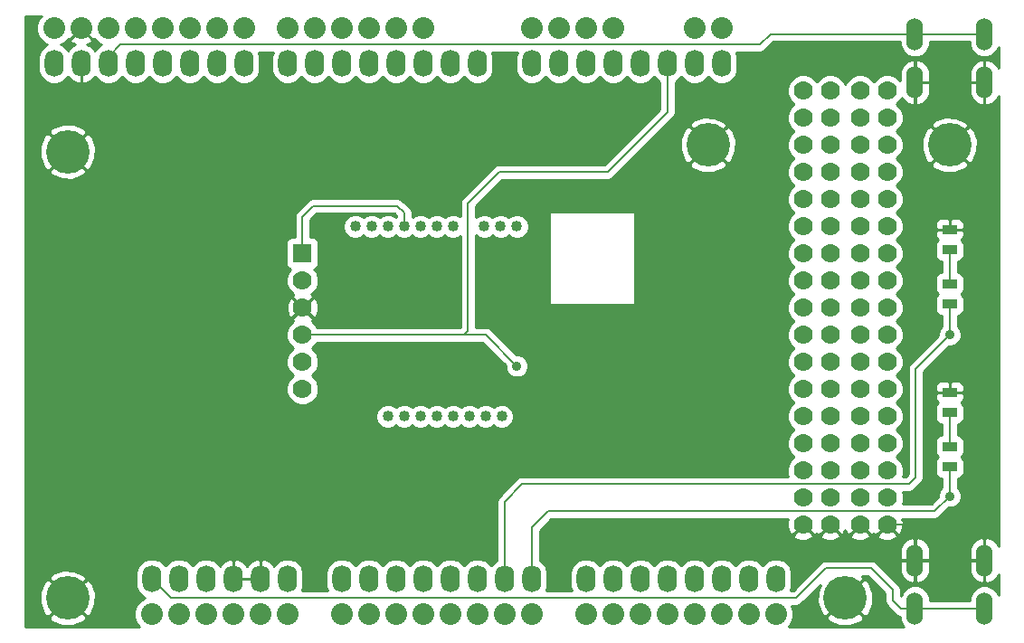
<source format=gbl>
G04 (created by PCBNEW-RS274X (2011-aug-04)-testing) date Tue 30 Aug 2011 10:21:52 AM EDT*
G01*
G70*
G90*
%MOIN*%
G04 Gerber Fmt 3.4, Leading zero omitted, Abs format*
%FSLAX34Y34*%
G04 APERTURE LIST*
%ADD10C,0.006000*%
%ADD11C,0.160000*%
%ADD12O,0.070000X0.100000*%
%ADD13C,0.070000*%
%ADD14O,0.060000X0.120000*%
%ADD15R,0.070000X0.070000*%
%ADD16C,0.080000*%
%ADD17C,0.040000*%
%ADD18R,0.055000X0.035000*%
%ADD19C,0.035000*%
%ADD20C,0.008000*%
%ADD21C,0.010000*%
G04 APERTURE END LIST*
G54D10*
G54D11*
X34800Y-30450D03*
G54D12*
X49900Y-27200D03*
X49900Y-46200D03*
X48900Y-46200D03*
X47900Y-46200D03*
X44900Y-46200D03*
X45900Y-46200D03*
X46900Y-46200D03*
X42900Y-46200D03*
X41900Y-46200D03*
X40900Y-46200D03*
X38900Y-46200D03*
X37900Y-46200D03*
X48900Y-27200D03*
X47900Y-27200D03*
X46900Y-27200D03*
X45900Y-27200D03*
X44900Y-27200D03*
X43900Y-27200D03*
X42900Y-27200D03*
X41300Y-27200D03*
X40300Y-27200D03*
X39300Y-27200D03*
X38300Y-27200D03*
X37300Y-27200D03*
X36300Y-27200D03*
X35300Y-27200D03*
X34300Y-27200D03*
X39900Y-46200D03*
X51900Y-27200D03*
X52900Y-27200D03*
X53900Y-27200D03*
X54900Y-27200D03*
X55900Y-27200D03*
X56900Y-27200D03*
X57900Y-27200D03*
X58900Y-27200D03*
G54D13*
X61900Y-28200D03*
X62900Y-28200D03*
X61900Y-29200D03*
X62900Y-29200D03*
X61900Y-30200D03*
X62900Y-30200D03*
X61900Y-31200D03*
X62900Y-31200D03*
X61900Y-32200D03*
X62900Y-32200D03*
X61900Y-33200D03*
X62900Y-33200D03*
X61900Y-34200D03*
X62900Y-34200D03*
X61900Y-35200D03*
X62900Y-35200D03*
X61900Y-36200D03*
X62900Y-36200D03*
X61900Y-37200D03*
X62900Y-37200D03*
X61900Y-38200D03*
X62900Y-38200D03*
X61900Y-39200D03*
X62900Y-39200D03*
X61900Y-40200D03*
X62900Y-40200D03*
X61900Y-41200D03*
X62900Y-41200D03*
X61900Y-42200D03*
X62900Y-42200D03*
X61900Y-43200D03*
X62900Y-43200D03*
X61900Y-44200D03*
X62900Y-44200D03*
G54D12*
X50900Y-46200D03*
X51900Y-46200D03*
X53900Y-46200D03*
X54900Y-46200D03*
X55900Y-46200D03*
X56900Y-46200D03*
X57900Y-46200D03*
X58900Y-46200D03*
X59900Y-46200D03*
X60900Y-46200D03*
G54D14*
X66020Y-26110D03*
X68580Y-26110D03*
X66020Y-27890D03*
X68580Y-27890D03*
X68580Y-47290D03*
X66020Y-47290D03*
X68580Y-45510D03*
X66020Y-45510D03*
G54D15*
X43450Y-34200D03*
G54D13*
X43450Y-35200D03*
X43450Y-36200D03*
X43450Y-37200D03*
X43450Y-38200D03*
X43450Y-39200D03*
X64000Y-35200D03*
X65000Y-35200D03*
X64000Y-34200D03*
X65000Y-34200D03*
X64000Y-33200D03*
X65000Y-33200D03*
X64000Y-32200D03*
X65000Y-32200D03*
X64000Y-31200D03*
X65000Y-31200D03*
X64000Y-30200D03*
X65000Y-30200D03*
X64000Y-29200D03*
G54D16*
X41300Y-25900D03*
X42900Y-25900D03*
X43900Y-25900D03*
X44900Y-25900D03*
X45900Y-25900D03*
X46900Y-25900D03*
X47900Y-25900D03*
X51900Y-25900D03*
G54D13*
X65000Y-29200D03*
X64000Y-28200D03*
X65000Y-28200D03*
G54D16*
X58900Y-25900D03*
X52900Y-25900D03*
X53900Y-25900D03*
X54900Y-25900D03*
X57900Y-25900D03*
G54D17*
X51350Y-33200D03*
X50750Y-33200D03*
X47800Y-40200D03*
X46600Y-40200D03*
X47200Y-40200D03*
X48400Y-40200D03*
X49000Y-40200D03*
X49600Y-40200D03*
X50200Y-40200D03*
X50800Y-40200D03*
X45400Y-33200D03*
X46000Y-33200D03*
X46600Y-33200D03*
X47200Y-33200D03*
X47800Y-33200D03*
X48400Y-33200D03*
X49000Y-33200D03*
X50150Y-33200D03*
G54D16*
X53900Y-47500D03*
X54900Y-47500D03*
X55900Y-47500D03*
X56900Y-47500D03*
X57900Y-47500D03*
X58900Y-47500D03*
X59900Y-47500D03*
X60900Y-47500D03*
G54D13*
X65000Y-43200D03*
X64000Y-42200D03*
X65000Y-42200D03*
X64000Y-41200D03*
X65000Y-41200D03*
X64000Y-40200D03*
X65000Y-40200D03*
X64000Y-39200D03*
X65000Y-39200D03*
X64000Y-38200D03*
X65000Y-38200D03*
X64000Y-37200D03*
X65000Y-37200D03*
X64000Y-36200D03*
X65000Y-36200D03*
G54D16*
X37300Y-25900D03*
X38300Y-25900D03*
X39300Y-25900D03*
X40300Y-25900D03*
X44900Y-47500D03*
X45900Y-47500D03*
X46900Y-47500D03*
X47900Y-47500D03*
X48900Y-47500D03*
X49900Y-47500D03*
X50900Y-47500D03*
X51900Y-47500D03*
G54D13*
X64000Y-43200D03*
X64000Y-44200D03*
X65000Y-44200D03*
G54D18*
X67300Y-39325D03*
X67300Y-40075D03*
X67300Y-33325D03*
X67300Y-34075D03*
X67300Y-42075D03*
X67300Y-41325D03*
X67300Y-36075D03*
X67300Y-35325D03*
G54D16*
X36300Y-25900D03*
X34300Y-25900D03*
X35300Y-25900D03*
X37900Y-47500D03*
X38900Y-47500D03*
X39900Y-47500D03*
X40900Y-47500D03*
X41900Y-47500D03*
X42900Y-47500D03*
G54D11*
X34800Y-46900D03*
X58400Y-30200D03*
X63450Y-46900D03*
X67300Y-30200D03*
G54D19*
X67300Y-37200D03*
X67300Y-43150D03*
X52425Y-35575D03*
X52400Y-34850D03*
X52375Y-38300D03*
X52375Y-37525D03*
X52375Y-36725D03*
X52400Y-36125D03*
X54475Y-38300D03*
X54475Y-39400D03*
X53975Y-38850D03*
X54000Y-37875D03*
X53575Y-38300D03*
X53525Y-39400D03*
X53050Y-38850D03*
X53050Y-37875D03*
X53050Y-36275D03*
X53050Y-37150D03*
X55400Y-36225D03*
X55875Y-35900D03*
X55875Y-35125D03*
X55875Y-34250D03*
X55850Y-33400D03*
X55850Y-32525D03*
X55100Y-32500D03*
X54175Y-32500D03*
X53425Y-32500D03*
X52750Y-32475D03*
X51350Y-38350D03*
G54D20*
X67300Y-37200D02*
X67300Y-36075D01*
X50900Y-43350D02*
X51550Y-42700D01*
X51550Y-42700D02*
X65800Y-42700D01*
X65800Y-42700D02*
X66050Y-42450D01*
X66050Y-42450D02*
X66050Y-38450D01*
X66050Y-38450D02*
X67300Y-37200D01*
X50900Y-46200D02*
X50900Y-43350D01*
X67300Y-43150D02*
X67300Y-42075D01*
X51900Y-44300D02*
X52500Y-43700D01*
X52500Y-43700D02*
X66750Y-43700D01*
X66750Y-43700D02*
X67300Y-43150D01*
X51900Y-46200D02*
X51900Y-44300D01*
X43450Y-34200D02*
X43450Y-32850D01*
X47200Y-32700D02*
X47200Y-33200D01*
X46950Y-32450D02*
X47200Y-32700D01*
X43850Y-32450D02*
X46950Y-32450D01*
X43450Y-32850D02*
X43850Y-32450D01*
X68580Y-27890D02*
X68580Y-28920D01*
X68580Y-28920D02*
X67300Y-30200D01*
X68100Y-39000D02*
X68100Y-43800D01*
X67700Y-44200D02*
X65000Y-44200D01*
X68100Y-43800D02*
X67700Y-44200D01*
X67300Y-33325D02*
X67775Y-33325D01*
X67775Y-39325D02*
X67300Y-39325D01*
X68100Y-39000D02*
X67775Y-39325D01*
X68100Y-33650D02*
X68100Y-39000D01*
X67775Y-33325D02*
X68100Y-33650D01*
X66020Y-27890D02*
X66020Y-31220D01*
X67300Y-32500D02*
X67300Y-33325D01*
X66020Y-31220D02*
X67300Y-32500D01*
X52400Y-35550D02*
X52400Y-34850D01*
X52425Y-35575D02*
X52400Y-35550D01*
X52375Y-37525D02*
X52375Y-38300D01*
X52375Y-36150D02*
X52375Y-36725D01*
X52400Y-36125D02*
X52375Y-36150D01*
X54475Y-38300D02*
X54475Y-39400D01*
X54000Y-38825D02*
X54000Y-37875D01*
X53975Y-38850D02*
X54000Y-38825D01*
X53525Y-38350D02*
X53525Y-39400D01*
X53575Y-38300D02*
X53525Y-38350D01*
X53050Y-38850D02*
X53050Y-37875D01*
X53050Y-37150D02*
X53050Y-36275D01*
X55875Y-36050D02*
X55875Y-35900D01*
X55725Y-36200D02*
X55875Y-36050D01*
X55425Y-36200D02*
X55725Y-36200D01*
X55400Y-36225D02*
X55425Y-36200D01*
X55875Y-35125D02*
X55875Y-34250D01*
X55850Y-33400D02*
X55850Y-32525D01*
X55100Y-32500D02*
X54175Y-32500D01*
X53400Y-32475D02*
X52750Y-32475D01*
X53425Y-32500D02*
X53400Y-32475D01*
X66020Y-26110D02*
X68580Y-26110D01*
X36300Y-27200D02*
X36300Y-26950D01*
X60690Y-26110D02*
X66020Y-26110D01*
X60300Y-26500D02*
X60690Y-26110D01*
X36750Y-26500D02*
X60300Y-26500D01*
X36300Y-26950D02*
X36750Y-26500D01*
X61650Y-46900D02*
X62750Y-45800D01*
X38600Y-46900D02*
X61650Y-46900D01*
X37900Y-46200D02*
X38600Y-46900D01*
X65490Y-47290D02*
X66020Y-47290D01*
X65200Y-47000D02*
X65490Y-47290D01*
X65200Y-46600D02*
X65200Y-47000D01*
X64400Y-45800D02*
X65200Y-46600D01*
X62750Y-45800D02*
X64400Y-45800D01*
X66020Y-47290D02*
X68580Y-47290D01*
X56900Y-27200D02*
X56900Y-29000D01*
X56900Y-29000D02*
X54700Y-31200D01*
X54700Y-31200D02*
X50700Y-31200D01*
X50700Y-31200D02*
X49550Y-32350D01*
X49550Y-32350D02*
X49550Y-37050D01*
X49550Y-37050D02*
X49400Y-37200D01*
X43450Y-37200D02*
X49400Y-37200D01*
X50200Y-37200D02*
X51350Y-38350D01*
X49400Y-37200D02*
X50200Y-37200D01*
X67300Y-40075D02*
X67300Y-41325D01*
X67300Y-34075D02*
X67300Y-35325D01*
G54D10*
G36*
X36054Y-26500D02*
X35967Y-26537D01*
X35801Y-26702D01*
X35794Y-26716D01*
X35675Y-26576D01*
X35520Y-26497D01*
X35643Y-26451D01*
X35678Y-26428D01*
X35712Y-26319D01*
X35300Y-25907D01*
X34888Y-26319D01*
X34922Y-26428D01*
X35077Y-26498D01*
X34925Y-26576D01*
X34804Y-26717D01*
X34799Y-26703D01*
X34634Y-26537D01*
X34546Y-26500D01*
X34668Y-26450D01*
X34823Y-26294D01*
X34881Y-26312D01*
X35258Y-25935D01*
X35293Y-25900D01*
X35300Y-25893D01*
X35307Y-25900D01*
X35342Y-25935D01*
X35719Y-26312D01*
X35776Y-26294D01*
X35932Y-26450D01*
X36054Y-26500D01*
X36054Y-26500D01*
G37*
G54D21*
X36054Y-26500D02*
X35967Y-26537D01*
X35801Y-26702D01*
X35794Y-26716D01*
X35675Y-26576D01*
X35520Y-26497D01*
X35643Y-26451D01*
X35678Y-26428D01*
X35712Y-26319D01*
X35300Y-25907D01*
X34888Y-26319D01*
X34922Y-26428D01*
X35077Y-26498D01*
X34925Y-26576D01*
X34804Y-26717D01*
X34799Y-26703D01*
X34634Y-26537D01*
X34546Y-26500D01*
X34668Y-26450D01*
X34823Y-26294D01*
X34881Y-26312D01*
X35258Y-25935D01*
X35293Y-25900D01*
X35300Y-25893D01*
X35307Y-25900D01*
X35342Y-25935D01*
X35719Y-26312D01*
X35776Y-26294D01*
X35932Y-26450D01*
X36054Y-26500D01*
G54D10*
G36*
X40907Y-47500D02*
X40900Y-47507D01*
X40893Y-47500D01*
X40900Y-47493D01*
X40907Y-47500D01*
X40907Y-47500D01*
G37*
G54D21*
X40907Y-47500D02*
X40900Y-47507D01*
X40893Y-47500D01*
X40900Y-47493D01*
X40907Y-47500D01*
G54D10*
G36*
X41907Y-47500D02*
X41900Y-47507D01*
X41893Y-47500D01*
X41900Y-47493D01*
X41907Y-47500D01*
X41907Y-47500D01*
G37*
G54D21*
X41907Y-47500D02*
X41900Y-47507D01*
X41893Y-47500D01*
X41900Y-47493D01*
X41907Y-47500D01*
G54D10*
G36*
X65595Y-47945D02*
X64485Y-47945D01*
X64485Y-46732D01*
X64342Y-46348D01*
X64301Y-46288D01*
X64151Y-46206D01*
X63457Y-46900D01*
X64151Y-47594D01*
X64301Y-47512D01*
X64471Y-47140D01*
X64485Y-46732D01*
X64485Y-47945D01*
X64144Y-47945D01*
X64144Y-47601D01*
X63450Y-46907D01*
X62756Y-47601D01*
X62838Y-47751D01*
X63210Y-47921D01*
X63618Y-47935D01*
X64002Y-47792D01*
X64062Y-47751D01*
X64144Y-47601D01*
X64144Y-47945D01*
X61373Y-47945D01*
X61450Y-47868D01*
X61549Y-47629D01*
X61549Y-47371D01*
X61474Y-47190D01*
X61650Y-47190D01*
X61761Y-47168D01*
X61855Y-47105D01*
X62537Y-46423D01*
X62429Y-46660D01*
X62415Y-47068D01*
X62558Y-47452D01*
X62599Y-47512D01*
X62749Y-47594D01*
X63408Y-46935D01*
X63443Y-46900D01*
X63450Y-46893D01*
X63485Y-46858D01*
X64144Y-46199D01*
X64084Y-46090D01*
X64280Y-46090D01*
X64910Y-46720D01*
X64910Y-47000D01*
X64932Y-47111D01*
X64995Y-47205D01*
X65285Y-47495D01*
X65379Y-47558D01*
X65480Y-47578D01*
X65480Y-47713D01*
X65562Y-47912D01*
X65595Y-47945D01*
X65595Y-47945D01*
G37*
G54D21*
X65595Y-47945D02*
X64485Y-47945D01*
X64485Y-46732D01*
X64342Y-46348D01*
X64301Y-46288D01*
X64151Y-46206D01*
X63457Y-46900D01*
X64151Y-47594D01*
X64301Y-47512D01*
X64471Y-47140D01*
X64485Y-46732D01*
X64485Y-47945D01*
X64144Y-47945D01*
X64144Y-47601D01*
X63450Y-46907D01*
X62756Y-47601D01*
X62838Y-47751D01*
X63210Y-47921D01*
X63618Y-47935D01*
X64002Y-47792D01*
X64062Y-47751D01*
X64144Y-47601D01*
X64144Y-47945D01*
X61373Y-47945D01*
X61450Y-47868D01*
X61549Y-47629D01*
X61549Y-47371D01*
X61474Y-47190D01*
X61650Y-47190D01*
X61761Y-47168D01*
X61855Y-47105D01*
X62537Y-46423D01*
X62429Y-46660D01*
X62415Y-47068D01*
X62558Y-47452D01*
X62599Y-47512D01*
X62749Y-47594D01*
X63408Y-46935D01*
X63443Y-46900D01*
X63450Y-46893D01*
X63485Y-46858D01*
X64144Y-46199D01*
X64084Y-46090D01*
X64280Y-46090D01*
X64910Y-46720D01*
X64910Y-47000D01*
X64932Y-47111D01*
X64995Y-47205D01*
X65285Y-47495D01*
X65379Y-47558D01*
X65480Y-47578D01*
X65480Y-47713D01*
X65562Y-47912D01*
X65595Y-47945D01*
G54D10*
G36*
X69095Y-46806D02*
X69038Y-46668D01*
X68886Y-46517D01*
X68688Y-46434D01*
X68575Y-46434D01*
X68575Y-46297D01*
X68575Y-45515D01*
X68575Y-45505D01*
X68575Y-44723D01*
X68575Y-28677D01*
X68575Y-27895D01*
X68575Y-27885D01*
X68575Y-27103D01*
X68489Y-27049D01*
X68293Y-27099D01*
X68127Y-27246D01*
X68030Y-27445D01*
X68030Y-27885D01*
X68575Y-27885D01*
X68575Y-27895D01*
X68030Y-27895D01*
X68030Y-28335D01*
X68127Y-28534D01*
X68293Y-28681D01*
X68489Y-28731D01*
X68575Y-28677D01*
X68575Y-44723D01*
X68489Y-44669D01*
X68335Y-44708D01*
X68335Y-30032D01*
X68192Y-29648D01*
X68151Y-29588D01*
X68001Y-29506D01*
X67994Y-29513D01*
X67994Y-29499D01*
X67912Y-29349D01*
X67540Y-29179D01*
X67132Y-29165D01*
X66748Y-29308D01*
X66688Y-29349D01*
X66606Y-29499D01*
X67300Y-30193D01*
X67994Y-29499D01*
X67994Y-29513D01*
X67307Y-30200D01*
X68001Y-30894D01*
X68151Y-30812D01*
X68321Y-30440D01*
X68335Y-30032D01*
X68335Y-44708D01*
X68293Y-44719D01*
X68127Y-44866D01*
X68030Y-45065D01*
X68030Y-45505D01*
X68575Y-45505D01*
X68575Y-45515D01*
X68030Y-45515D01*
X68030Y-45955D01*
X68127Y-46154D01*
X68293Y-46301D01*
X68489Y-46351D01*
X68575Y-46297D01*
X68575Y-46434D01*
X68473Y-46434D01*
X68274Y-46516D01*
X68123Y-46668D01*
X68040Y-46866D01*
X68040Y-47000D01*
X67994Y-47000D01*
X67994Y-30901D01*
X67300Y-30207D01*
X67293Y-30214D01*
X67293Y-30200D01*
X66599Y-29506D01*
X66570Y-29521D01*
X66570Y-28335D01*
X66570Y-27895D01*
X66570Y-27885D01*
X66570Y-27445D01*
X66473Y-27246D01*
X66307Y-27099D01*
X66111Y-27049D01*
X66025Y-27103D01*
X66025Y-27885D01*
X66570Y-27885D01*
X66570Y-27895D01*
X66025Y-27895D01*
X66025Y-28677D01*
X66111Y-28731D01*
X66307Y-28681D01*
X66473Y-28534D01*
X66570Y-28335D01*
X66570Y-29521D01*
X66449Y-29588D01*
X66279Y-29960D01*
X66265Y-30368D01*
X66408Y-30752D01*
X66449Y-30812D01*
X66599Y-30894D01*
X67293Y-30200D01*
X67293Y-30214D01*
X66606Y-30901D01*
X66688Y-31051D01*
X67060Y-31221D01*
X67468Y-31235D01*
X67852Y-31092D01*
X67912Y-31051D01*
X67994Y-30901D01*
X67994Y-47000D01*
X66570Y-47000D01*
X66570Y-45955D01*
X66570Y-45515D01*
X66570Y-45505D01*
X66570Y-45065D01*
X66473Y-44866D01*
X66307Y-44719D01*
X66111Y-44669D01*
X66025Y-44723D01*
X66025Y-45505D01*
X66570Y-45505D01*
X66570Y-45515D01*
X66025Y-45515D01*
X66025Y-46297D01*
X66111Y-46351D01*
X66307Y-46301D01*
X66473Y-46154D01*
X66570Y-45955D01*
X66570Y-47000D01*
X66560Y-47000D01*
X66560Y-46867D01*
X66478Y-46668D01*
X66326Y-46517D01*
X66128Y-46434D01*
X66015Y-46434D01*
X66015Y-46297D01*
X66015Y-45515D01*
X66015Y-45505D01*
X66015Y-44723D01*
X65929Y-44669D01*
X65733Y-44719D01*
X65567Y-44866D01*
X65470Y-45065D01*
X65470Y-45505D01*
X66015Y-45505D01*
X66015Y-45515D01*
X65470Y-45515D01*
X65470Y-45955D01*
X65567Y-46154D01*
X65733Y-46301D01*
X65929Y-46351D01*
X66015Y-46297D01*
X66015Y-46434D01*
X65913Y-46434D01*
X65714Y-46516D01*
X65563Y-46668D01*
X65490Y-46842D01*
X65490Y-46600D01*
X65468Y-46489D01*
X65405Y-46395D01*
X65376Y-46366D01*
X65376Y-44583D01*
X65000Y-44207D01*
X64624Y-44583D01*
X64652Y-44688D01*
X64866Y-44784D01*
X65099Y-44791D01*
X65317Y-44708D01*
X65348Y-44688D01*
X65376Y-44583D01*
X65376Y-46366D01*
X64605Y-45595D01*
X64511Y-45532D01*
X64400Y-45510D01*
X64376Y-45510D01*
X64376Y-44583D01*
X64000Y-44207D01*
X63624Y-44583D01*
X63652Y-44688D01*
X63866Y-44784D01*
X64099Y-44791D01*
X64317Y-44708D01*
X64348Y-44688D01*
X64376Y-44583D01*
X64376Y-45510D01*
X63276Y-45510D01*
X63276Y-44583D01*
X62900Y-44207D01*
X62524Y-44583D01*
X62552Y-44688D01*
X62766Y-44784D01*
X62999Y-44791D01*
X63217Y-44708D01*
X63248Y-44688D01*
X63276Y-44583D01*
X63276Y-45510D01*
X62750Y-45510D01*
X62639Y-45532D01*
X62544Y-45595D01*
X62276Y-45863D01*
X62276Y-44583D01*
X61900Y-44207D01*
X61524Y-44583D01*
X61552Y-44688D01*
X61766Y-44784D01*
X61999Y-44791D01*
X62217Y-44708D01*
X62248Y-44688D01*
X62276Y-44583D01*
X62276Y-45863D01*
X61529Y-46610D01*
X61435Y-46610D01*
X61489Y-46481D01*
X61489Y-46247D01*
X61489Y-45919D01*
X61399Y-45703D01*
X61234Y-45537D01*
X61017Y-45447D01*
X60783Y-45447D01*
X60567Y-45537D01*
X60401Y-45702D01*
X60399Y-45703D01*
X60234Y-45537D01*
X60017Y-45447D01*
X59783Y-45447D01*
X59567Y-45537D01*
X59401Y-45702D01*
X59399Y-45703D01*
X59234Y-45537D01*
X59017Y-45447D01*
X58783Y-45447D01*
X58567Y-45537D01*
X58401Y-45702D01*
X58399Y-45703D01*
X58234Y-45537D01*
X58017Y-45447D01*
X57783Y-45447D01*
X57567Y-45537D01*
X57401Y-45702D01*
X57399Y-45703D01*
X57234Y-45537D01*
X57017Y-45447D01*
X56783Y-45447D01*
X56567Y-45537D01*
X56401Y-45702D01*
X56399Y-45703D01*
X56234Y-45537D01*
X56017Y-45447D01*
X55783Y-45447D01*
X55700Y-45481D01*
X55567Y-45537D01*
X55401Y-45702D01*
X55399Y-45703D01*
X55234Y-45537D01*
X55017Y-45447D01*
X54783Y-45447D01*
X54567Y-45537D01*
X54401Y-45702D01*
X54399Y-45703D01*
X54234Y-45537D01*
X54017Y-45447D01*
X53783Y-45447D01*
X53567Y-45537D01*
X53401Y-45702D01*
X53311Y-45919D01*
X53311Y-46153D01*
X53311Y-46481D01*
X53364Y-46610D01*
X52435Y-46610D01*
X52489Y-46481D01*
X52489Y-46247D01*
X52489Y-45919D01*
X52399Y-45703D01*
X52234Y-45537D01*
X52190Y-45518D01*
X52190Y-44420D01*
X52620Y-43990D01*
X55700Y-43990D01*
X61350Y-43990D01*
X61316Y-44066D01*
X61309Y-44299D01*
X61392Y-44517D01*
X61412Y-44548D01*
X61517Y-44576D01*
X61858Y-44235D01*
X61893Y-44200D01*
X61900Y-44193D01*
X61907Y-44200D01*
X61942Y-44235D01*
X62283Y-44576D01*
X62388Y-44548D01*
X62397Y-44526D01*
X62412Y-44548D01*
X62517Y-44576D01*
X62858Y-44235D01*
X62893Y-44200D01*
X62900Y-44193D01*
X62907Y-44200D01*
X62942Y-44235D01*
X63283Y-44576D01*
X63388Y-44548D01*
X63450Y-44408D01*
X63492Y-44517D01*
X63512Y-44548D01*
X63617Y-44576D01*
X63958Y-44235D01*
X63993Y-44200D01*
X64000Y-44193D01*
X64007Y-44200D01*
X64042Y-44235D01*
X64383Y-44576D01*
X64488Y-44548D01*
X64497Y-44526D01*
X64512Y-44548D01*
X64617Y-44576D01*
X64958Y-44235D01*
X64993Y-44200D01*
X65000Y-44193D01*
X65007Y-44200D01*
X65042Y-44235D01*
X65383Y-44576D01*
X65488Y-44548D01*
X65584Y-44334D01*
X65591Y-44101D01*
X65548Y-43990D01*
X66750Y-43990D01*
X66861Y-43968D01*
X66955Y-43905D01*
X67285Y-43575D01*
X67384Y-43575D01*
X67540Y-43511D01*
X67660Y-43391D01*
X67725Y-43235D01*
X67725Y-43066D01*
X67661Y-42910D01*
X67590Y-42839D01*
X67590Y-42499D01*
X67624Y-42499D01*
X67716Y-42461D01*
X67786Y-42391D01*
X67824Y-42300D01*
X67824Y-42201D01*
X67824Y-41851D01*
X67786Y-41759D01*
X67727Y-41700D01*
X67786Y-41641D01*
X67824Y-41550D01*
X67824Y-41451D01*
X67824Y-41101D01*
X67786Y-41009D01*
X67716Y-40939D01*
X67625Y-40901D01*
X67590Y-40901D01*
X67590Y-40499D01*
X67624Y-40499D01*
X67716Y-40461D01*
X67786Y-40391D01*
X67824Y-40300D01*
X67824Y-40201D01*
X67824Y-39851D01*
X67786Y-39759D01*
X67727Y-39700D01*
X67786Y-39641D01*
X67824Y-39549D01*
X67825Y-39392D01*
X67825Y-39258D01*
X67824Y-39101D01*
X67786Y-39009D01*
X67716Y-38939D01*
X67625Y-38901D01*
X67526Y-38901D01*
X67367Y-38900D01*
X67305Y-38962D01*
X67305Y-39320D01*
X67763Y-39320D01*
X67825Y-39258D01*
X67825Y-39392D01*
X67763Y-39330D01*
X67355Y-39330D01*
X67305Y-39330D01*
X67295Y-39330D01*
X67295Y-39320D01*
X67295Y-38962D01*
X67233Y-38900D01*
X67074Y-38901D01*
X66975Y-38901D01*
X66884Y-38939D01*
X66814Y-39009D01*
X66776Y-39101D01*
X66775Y-39258D01*
X66837Y-39320D01*
X67295Y-39320D01*
X67295Y-39330D01*
X67245Y-39330D01*
X66837Y-39330D01*
X66775Y-39392D01*
X66776Y-39549D01*
X66814Y-39641D01*
X66873Y-39700D01*
X66814Y-39759D01*
X66776Y-39850D01*
X66776Y-39949D01*
X66776Y-40299D01*
X66814Y-40391D01*
X66884Y-40461D01*
X66975Y-40499D01*
X67010Y-40499D01*
X67010Y-40901D01*
X66976Y-40901D01*
X66884Y-40939D01*
X66814Y-41009D01*
X66776Y-41100D01*
X66776Y-41199D01*
X66776Y-41549D01*
X66814Y-41641D01*
X66873Y-41700D01*
X66814Y-41759D01*
X66776Y-41850D01*
X66776Y-41949D01*
X66776Y-42299D01*
X66814Y-42391D01*
X66884Y-42461D01*
X66975Y-42499D01*
X67010Y-42499D01*
X67010Y-42839D01*
X66940Y-42909D01*
X66875Y-43065D01*
X66875Y-43165D01*
X66630Y-43410D01*
X65561Y-43410D01*
X65599Y-43319D01*
X65599Y-43081D01*
X65561Y-42990D01*
X65800Y-42990D01*
X65911Y-42968D01*
X66005Y-42905D01*
X66255Y-42655D01*
X66318Y-42561D01*
X66340Y-42450D01*
X66340Y-38570D01*
X67285Y-37625D01*
X67384Y-37625D01*
X67540Y-37561D01*
X67660Y-37441D01*
X67725Y-37285D01*
X67725Y-37116D01*
X67661Y-36960D01*
X67590Y-36889D01*
X67590Y-36499D01*
X67624Y-36499D01*
X67716Y-36461D01*
X67786Y-36391D01*
X67824Y-36300D01*
X67824Y-36201D01*
X67824Y-35851D01*
X67786Y-35759D01*
X67727Y-35700D01*
X67786Y-35641D01*
X67824Y-35550D01*
X67824Y-35451D01*
X67824Y-35101D01*
X67786Y-35009D01*
X67716Y-34939D01*
X67625Y-34901D01*
X67590Y-34901D01*
X67590Y-34499D01*
X67624Y-34499D01*
X67716Y-34461D01*
X67786Y-34391D01*
X67824Y-34300D01*
X67824Y-34201D01*
X67824Y-33851D01*
X67786Y-33759D01*
X67727Y-33700D01*
X67786Y-33641D01*
X67824Y-33549D01*
X67825Y-33392D01*
X67825Y-33258D01*
X67824Y-33101D01*
X67786Y-33009D01*
X67716Y-32939D01*
X67625Y-32901D01*
X67526Y-32901D01*
X67367Y-32900D01*
X67305Y-32962D01*
X67305Y-33320D01*
X67763Y-33320D01*
X67825Y-33258D01*
X67825Y-33392D01*
X67763Y-33330D01*
X67355Y-33330D01*
X67305Y-33330D01*
X67295Y-33330D01*
X67295Y-33320D01*
X67295Y-32962D01*
X67233Y-32900D01*
X67074Y-32901D01*
X66975Y-32901D01*
X66884Y-32939D01*
X66814Y-33009D01*
X66776Y-33101D01*
X66775Y-33258D01*
X66837Y-33320D01*
X67295Y-33320D01*
X67295Y-33330D01*
X67245Y-33330D01*
X66837Y-33330D01*
X66775Y-33392D01*
X66776Y-33549D01*
X66814Y-33641D01*
X66873Y-33700D01*
X66814Y-33759D01*
X66776Y-33850D01*
X66776Y-33949D01*
X66776Y-34299D01*
X66814Y-34391D01*
X66884Y-34461D01*
X66975Y-34499D01*
X67010Y-34499D01*
X67010Y-34901D01*
X66976Y-34901D01*
X66884Y-34939D01*
X66814Y-35009D01*
X66776Y-35100D01*
X66776Y-35199D01*
X66776Y-35549D01*
X66814Y-35641D01*
X66873Y-35700D01*
X66814Y-35759D01*
X66776Y-35850D01*
X66776Y-35949D01*
X66776Y-36299D01*
X66814Y-36391D01*
X66884Y-36461D01*
X66975Y-36499D01*
X67010Y-36499D01*
X67010Y-36889D01*
X66940Y-36959D01*
X66875Y-37115D01*
X66875Y-37214D01*
X65845Y-38245D01*
X65782Y-38339D01*
X65760Y-38450D01*
X65760Y-42330D01*
X65680Y-42410D01*
X65561Y-42410D01*
X65599Y-42319D01*
X65599Y-42081D01*
X65508Y-41861D01*
X65347Y-41700D01*
X65508Y-41539D01*
X65599Y-41319D01*
X65599Y-41081D01*
X65508Y-40861D01*
X65347Y-40700D01*
X65508Y-40539D01*
X65599Y-40319D01*
X65599Y-40081D01*
X65508Y-39861D01*
X65347Y-39700D01*
X65508Y-39539D01*
X65599Y-39319D01*
X65599Y-39081D01*
X65508Y-38861D01*
X65347Y-38700D01*
X65508Y-38539D01*
X65599Y-38319D01*
X65599Y-38081D01*
X65508Y-37861D01*
X65347Y-37700D01*
X65508Y-37539D01*
X65599Y-37319D01*
X65599Y-37081D01*
X65508Y-36861D01*
X65347Y-36700D01*
X65508Y-36539D01*
X65599Y-36319D01*
X65599Y-36081D01*
X65508Y-35861D01*
X65347Y-35700D01*
X65508Y-35539D01*
X65599Y-35319D01*
X65599Y-35081D01*
X65508Y-34861D01*
X65347Y-34700D01*
X65508Y-34539D01*
X65599Y-34319D01*
X65599Y-34081D01*
X65508Y-33861D01*
X65347Y-33700D01*
X65508Y-33539D01*
X65599Y-33319D01*
X65599Y-33081D01*
X65508Y-32861D01*
X65347Y-32700D01*
X65508Y-32539D01*
X65599Y-32319D01*
X65599Y-32081D01*
X65508Y-31861D01*
X65347Y-31700D01*
X65508Y-31539D01*
X65599Y-31319D01*
X65599Y-31081D01*
X65508Y-30861D01*
X65347Y-30700D01*
X65508Y-30539D01*
X65599Y-30319D01*
X65599Y-30081D01*
X65508Y-29861D01*
X65347Y-29700D01*
X65508Y-29539D01*
X65599Y-29319D01*
X65599Y-29081D01*
X65508Y-28861D01*
X65347Y-28700D01*
X65508Y-28539D01*
X65536Y-28470D01*
X65567Y-28534D01*
X65733Y-28681D01*
X65929Y-28731D01*
X66015Y-28677D01*
X66015Y-27945D01*
X66015Y-27895D01*
X66015Y-27885D01*
X66015Y-27835D01*
X66015Y-27103D01*
X65929Y-27049D01*
X65733Y-27099D01*
X65567Y-27246D01*
X65470Y-27445D01*
X65470Y-27823D01*
X65339Y-27692D01*
X65119Y-27601D01*
X64881Y-27601D01*
X64661Y-27692D01*
X64500Y-27853D01*
X64339Y-27692D01*
X64119Y-27601D01*
X63881Y-27601D01*
X63661Y-27692D01*
X63492Y-27861D01*
X63450Y-27962D01*
X63408Y-27861D01*
X63239Y-27692D01*
X63019Y-27601D01*
X62781Y-27601D01*
X62561Y-27692D01*
X62400Y-27853D01*
X62239Y-27692D01*
X62019Y-27601D01*
X61781Y-27601D01*
X61561Y-27692D01*
X61392Y-27861D01*
X61301Y-28081D01*
X61301Y-28319D01*
X61392Y-28539D01*
X61553Y-28700D01*
X61392Y-28861D01*
X61301Y-29081D01*
X61301Y-29319D01*
X61392Y-29539D01*
X61553Y-29700D01*
X61392Y-29861D01*
X61301Y-30081D01*
X61301Y-30319D01*
X61392Y-30539D01*
X61553Y-30700D01*
X61392Y-30861D01*
X61301Y-31081D01*
X61301Y-31319D01*
X61392Y-31539D01*
X61553Y-31700D01*
X61392Y-31861D01*
X61301Y-32081D01*
X61301Y-32319D01*
X61392Y-32539D01*
X61553Y-32700D01*
X61392Y-32861D01*
X61301Y-33081D01*
X61301Y-33319D01*
X61392Y-33539D01*
X61553Y-33700D01*
X61392Y-33861D01*
X61301Y-34081D01*
X61301Y-34319D01*
X61392Y-34539D01*
X61553Y-34700D01*
X61392Y-34861D01*
X61301Y-35081D01*
X61301Y-35319D01*
X61392Y-35539D01*
X61553Y-35700D01*
X61392Y-35861D01*
X61301Y-36081D01*
X61301Y-36319D01*
X61392Y-36539D01*
X61553Y-36700D01*
X61392Y-36861D01*
X61301Y-37081D01*
X61301Y-37319D01*
X61392Y-37539D01*
X61553Y-37700D01*
X61392Y-37861D01*
X61301Y-38081D01*
X61301Y-38319D01*
X61392Y-38539D01*
X61553Y-38700D01*
X61392Y-38861D01*
X61301Y-39081D01*
X61301Y-39319D01*
X61392Y-39539D01*
X61553Y-39700D01*
X61392Y-39861D01*
X61301Y-40081D01*
X61301Y-40319D01*
X61392Y-40539D01*
X61553Y-40700D01*
X61392Y-40861D01*
X61301Y-41081D01*
X61301Y-41319D01*
X61392Y-41539D01*
X61553Y-41700D01*
X61392Y-41861D01*
X61301Y-42081D01*
X61301Y-42319D01*
X61338Y-42410D01*
X59435Y-42410D01*
X59435Y-30032D01*
X59292Y-29648D01*
X59251Y-29588D01*
X59101Y-29506D01*
X59094Y-29513D01*
X59094Y-29499D01*
X59012Y-29349D01*
X58640Y-29179D01*
X58232Y-29165D01*
X57848Y-29308D01*
X57788Y-29349D01*
X57706Y-29499D01*
X58400Y-30193D01*
X59094Y-29499D01*
X59094Y-29513D01*
X58407Y-30200D01*
X59101Y-30894D01*
X59251Y-30812D01*
X59421Y-30440D01*
X59435Y-30032D01*
X59435Y-42410D01*
X59094Y-42410D01*
X59094Y-30901D01*
X58400Y-30207D01*
X58393Y-30214D01*
X58393Y-30200D01*
X57699Y-29506D01*
X57549Y-29588D01*
X57379Y-29960D01*
X57365Y-30368D01*
X57508Y-30752D01*
X57549Y-30812D01*
X57699Y-30894D01*
X58393Y-30200D01*
X58393Y-30214D01*
X57706Y-30901D01*
X57788Y-31051D01*
X58160Y-31221D01*
X58568Y-31235D01*
X58952Y-31092D01*
X59012Y-31051D01*
X59094Y-30901D01*
X59094Y-42410D01*
X55700Y-42410D01*
X55700Y-36100D01*
X55700Y-32650D01*
X52550Y-32650D01*
X52550Y-36100D01*
X55700Y-36100D01*
X55700Y-42410D01*
X51550Y-42410D01*
X51439Y-42432D01*
X51345Y-42495D01*
X51249Y-42591D01*
X51249Y-40290D01*
X51249Y-40111D01*
X51181Y-39946D01*
X51055Y-39820D01*
X50890Y-39751D01*
X50711Y-39751D01*
X50546Y-39819D01*
X50500Y-39865D01*
X50455Y-39820D01*
X50290Y-39751D01*
X50111Y-39751D01*
X49946Y-39819D01*
X49900Y-39865D01*
X49855Y-39820D01*
X49690Y-39751D01*
X49511Y-39751D01*
X49346Y-39819D01*
X49300Y-39865D01*
X49255Y-39820D01*
X49090Y-39751D01*
X48911Y-39751D01*
X48746Y-39819D01*
X48700Y-39865D01*
X48655Y-39820D01*
X48490Y-39751D01*
X48311Y-39751D01*
X48146Y-39819D01*
X48100Y-39865D01*
X48055Y-39820D01*
X47890Y-39751D01*
X47711Y-39751D01*
X47546Y-39819D01*
X47500Y-39865D01*
X47455Y-39820D01*
X47290Y-39751D01*
X47111Y-39751D01*
X46946Y-39819D01*
X46900Y-39865D01*
X46855Y-39820D01*
X46690Y-39751D01*
X46511Y-39751D01*
X46346Y-39819D01*
X46220Y-39945D01*
X46151Y-40110D01*
X46151Y-40289D01*
X46219Y-40454D01*
X46345Y-40580D01*
X46510Y-40649D01*
X46689Y-40649D01*
X46854Y-40581D01*
X46900Y-40535D01*
X46945Y-40580D01*
X47110Y-40649D01*
X47289Y-40649D01*
X47454Y-40581D01*
X47500Y-40535D01*
X47545Y-40580D01*
X47710Y-40649D01*
X47889Y-40649D01*
X48054Y-40581D01*
X48100Y-40535D01*
X48145Y-40580D01*
X48310Y-40649D01*
X48489Y-40649D01*
X48654Y-40581D01*
X48700Y-40535D01*
X48745Y-40580D01*
X48910Y-40649D01*
X49089Y-40649D01*
X49254Y-40581D01*
X49300Y-40535D01*
X49345Y-40580D01*
X49510Y-40649D01*
X49689Y-40649D01*
X49854Y-40581D01*
X49900Y-40535D01*
X49945Y-40580D01*
X50110Y-40649D01*
X50289Y-40649D01*
X50454Y-40581D01*
X50500Y-40535D01*
X50545Y-40580D01*
X50710Y-40649D01*
X50889Y-40649D01*
X51054Y-40581D01*
X51180Y-40455D01*
X51249Y-40290D01*
X51249Y-42591D01*
X50695Y-43145D01*
X50632Y-43239D01*
X50610Y-43350D01*
X50610Y-45519D01*
X50567Y-45537D01*
X50401Y-45702D01*
X50399Y-45703D01*
X50234Y-45537D01*
X50017Y-45447D01*
X49783Y-45447D01*
X49567Y-45537D01*
X49401Y-45702D01*
X49399Y-45703D01*
X49234Y-45537D01*
X49017Y-45447D01*
X48783Y-45447D01*
X48567Y-45537D01*
X48401Y-45702D01*
X48399Y-45703D01*
X48234Y-45537D01*
X48017Y-45447D01*
X47783Y-45447D01*
X47567Y-45537D01*
X47401Y-45702D01*
X47399Y-45703D01*
X47234Y-45537D01*
X47017Y-45447D01*
X46783Y-45447D01*
X46567Y-45537D01*
X46401Y-45702D01*
X46399Y-45703D01*
X46234Y-45537D01*
X46017Y-45447D01*
X45783Y-45447D01*
X45567Y-45537D01*
X45401Y-45702D01*
X45399Y-45703D01*
X45234Y-45537D01*
X45017Y-45447D01*
X44783Y-45447D01*
X44567Y-45537D01*
X44401Y-45702D01*
X44311Y-45919D01*
X44311Y-46153D01*
X44311Y-46481D01*
X44364Y-46610D01*
X43435Y-46610D01*
X43489Y-46481D01*
X43489Y-46247D01*
X43489Y-45919D01*
X43399Y-45703D01*
X43234Y-45537D01*
X43017Y-45447D01*
X42783Y-45447D01*
X42567Y-45537D01*
X42401Y-45702D01*
X42394Y-45716D01*
X42275Y-45576D01*
X42065Y-45469D01*
X41999Y-45459D01*
X41905Y-45513D01*
X41905Y-46145D01*
X41905Y-46195D01*
X41905Y-46205D01*
X41895Y-46205D01*
X41895Y-46195D01*
X41895Y-45513D01*
X41801Y-45459D01*
X41735Y-45469D01*
X41525Y-45576D01*
X41400Y-45723D01*
X41275Y-45576D01*
X41065Y-45469D01*
X40999Y-45459D01*
X40905Y-45513D01*
X40905Y-46195D01*
X41300Y-46195D01*
X41500Y-46195D01*
X41895Y-46195D01*
X41895Y-46205D01*
X41845Y-46205D01*
X41500Y-46205D01*
X41300Y-46205D01*
X40955Y-46205D01*
X40905Y-46205D01*
X40895Y-46205D01*
X40895Y-46195D01*
X40895Y-46145D01*
X40895Y-45513D01*
X40801Y-45459D01*
X40735Y-45469D01*
X40525Y-45576D01*
X40404Y-45717D01*
X40399Y-45703D01*
X40234Y-45537D01*
X40017Y-45447D01*
X39783Y-45447D01*
X39567Y-45537D01*
X39401Y-45702D01*
X39399Y-45703D01*
X39234Y-45537D01*
X39017Y-45447D01*
X38783Y-45447D01*
X38567Y-45537D01*
X38401Y-45702D01*
X38399Y-45703D01*
X38234Y-45537D01*
X38017Y-45447D01*
X37783Y-45447D01*
X37567Y-45537D01*
X37401Y-45702D01*
X37311Y-45919D01*
X37311Y-46153D01*
X37311Y-46481D01*
X37401Y-46697D01*
X37566Y-46863D01*
X37653Y-46899D01*
X37532Y-46950D01*
X37350Y-47132D01*
X37251Y-47371D01*
X37251Y-47629D01*
X37350Y-47868D01*
X37427Y-47945D01*
X35835Y-47945D01*
X35835Y-46732D01*
X35835Y-30282D01*
X35692Y-29898D01*
X35651Y-29838D01*
X35501Y-29756D01*
X35494Y-29763D01*
X35494Y-29749D01*
X35412Y-29599D01*
X35040Y-29429D01*
X34632Y-29415D01*
X34248Y-29558D01*
X34188Y-29599D01*
X34106Y-29749D01*
X34800Y-30443D01*
X35494Y-29749D01*
X35494Y-29763D01*
X34807Y-30450D01*
X35501Y-31144D01*
X35651Y-31062D01*
X35821Y-30690D01*
X35835Y-30282D01*
X35835Y-46732D01*
X35692Y-46348D01*
X35651Y-46288D01*
X35501Y-46206D01*
X35494Y-46213D01*
X35494Y-46199D01*
X35494Y-31151D01*
X34800Y-30457D01*
X34793Y-30464D01*
X34793Y-30450D01*
X34099Y-29756D01*
X33949Y-29838D01*
X33779Y-30210D01*
X33765Y-30618D01*
X33908Y-31002D01*
X33949Y-31062D01*
X34099Y-31144D01*
X34793Y-30450D01*
X34793Y-30464D01*
X34106Y-31151D01*
X34188Y-31301D01*
X34560Y-31471D01*
X34968Y-31485D01*
X35352Y-31342D01*
X35412Y-31301D01*
X35494Y-31151D01*
X35494Y-46199D01*
X35412Y-46049D01*
X35040Y-45879D01*
X34632Y-45865D01*
X34248Y-46008D01*
X34188Y-46049D01*
X34106Y-46199D01*
X34800Y-46893D01*
X35494Y-46199D01*
X35494Y-46213D01*
X34807Y-46900D01*
X35501Y-47594D01*
X35651Y-47512D01*
X35821Y-47140D01*
X35835Y-46732D01*
X35835Y-47945D01*
X35494Y-47945D01*
X35494Y-47601D01*
X34800Y-46907D01*
X34793Y-46914D01*
X34793Y-46900D01*
X34099Y-46206D01*
X33949Y-46288D01*
X33779Y-46660D01*
X33765Y-47068D01*
X33908Y-47452D01*
X33949Y-47512D01*
X34099Y-47594D01*
X34793Y-46900D01*
X34793Y-46914D01*
X34106Y-47601D01*
X34188Y-47751D01*
X34560Y-47921D01*
X34968Y-47935D01*
X35352Y-47792D01*
X35412Y-47751D01*
X35494Y-47601D01*
X35494Y-47945D01*
X33255Y-47945D01*
X33255Y-25455D01*
X33827Y-25455D01*
X33750Y-25532D01*
X33651Y-25771D01*
X33651Y-26029D01*
X33750Y-26268D01*
X33932Y-26450D01*
X34054Y-26500D01*
X33967Y-26537D01*
X33801Y-26702D01*
X33711Y-26919D01*
X33711Y-27153D01*
X33711Y-27481D01*
X33801Y-27697D01*
X33966Y-27863D01*
X34183Y-27953D01*
X34417Y-27953D01*
X34633Y-27863D01*
X34799Y-27698D01*
X34805Y-27683D01*
X34925Y-27824D01*
X35135Y-27931D01*
X35201Y-27941D01*
X35295Y-27887D01*
X35295Y-27255D01*
X35295Y-27205D01*
X35295Y-27195D01*
X35305Y-27195D01*
X35305Y-27205D01*
X35305Y-27255D01*
X35305Y-27887D01*
X35399Y-27941D01*
X35465Y-27931D01*
X35675Y-27824D01*
X35795Y-27682D01*
X35801Y-27697D01*
X35966Y-27863D01*
X36183Y-27953D01*
X36417Y-27953D01*
X36633Y-27863D01*
X36799Y-27698D01*
X36800Y-27695D01*
X36801Y-27697D01*
X36966Y-27863D01*
X37183Y-27953D01*
X37417Y-27953D01*
X37633Y-27863D01*
X37799Y-27698D01*
X37800Y-27695D01*
X37801Y-27697D01*
X37966Y-27863D01*
X38183Y-27953D01*
X38417Y-27953D01*
X38633Y-27863D01*
X38799Y-27698D01*
X38800Y-27695D01*
X38801Y-27697D01*
X38966Y-27863D01*
X39183Y-27953D01*
X39417Y-27953D01*
X39633Y-27863D01*
X39799Y-27698D01*
X39800Y-27695D01*
X39801Y-27697D01*
X39966Y-27863D01*
X40183Y-27953D01*
X40417Y-27953D01*
X40633Y-27863D01*
X40799Y-27698D01*
X40800Y-27695D01*
X40801Y-27697D01*
X40966Y-27863D01*
X41183Y-27953D01*
X41417Y-27953D01*
X41633Y-27863D01*
X41799Y-27698D01*
X41889Y-27481D01*
X41889Y-27247D01*
X41889Y-26919D01*
X41835Y-26790D01*
X42364Y-26790D01*
X42311Y-26919D01*
X42311Y-27153D01*
X42311Y-27481D01*
X42401Y-27697D01*
X42566Y-27863D01*
X42783Y-27953D01*
X43017Y-27953D01*
X43233Y-27863D01*
X43399Y-27698D01*
X43400Y-27695D01*
X43401Y-27697D01*
X43566Y-27863D01*
X43783Y-27953D01*
X44017Y-27953D01*
X44233Y-27863D01*
X44399Y-27698D01*
X44400Y-27695D01*
X44401Y-27697D01*
X44566Y-27863D01*
X44783Y-27953D01*
X45017Y-27953D01*
X45233Y-27863D01*
X45399Y-27698D01*
X45400Y-27695D01*
X45401Y-27697D01*
X45566Y-27863D01*
X45783Y-27953D01*
X46017Y-27953D01*
X46233Y-27863D01*
X46399Y-27698D01*
X46400Y-27695D01*
X46401Y-27697D01*
X46566Y-27863D01*
X46783Y-27953D01*
X47017Y-27953D01*
X47233Y-27863D01*
X47399Y-27698D01*
X47400Y-27695D01*
X47401Y-27697D01*
X47566Y-27863D01*
X47783Y-27953D01*
X48017Y-27953D01*
X48233Y-27863D01*
X48399Y-27698D01*
X48400Y-27695D01*
X48401Y-27697D01*
X48566Y-27863D01*
X48783Y-27953D01*
X49017Y-27953D01*
X49233Y-27863D01*
X49399Y-27698D01*
X49400Y-27695D01*
X49401Y-27697D01*
X49566Y-27863D01*
X49783Y-27953D01*
X50017Y-27953D01*
X50233Y-27863D01*
X50399Y-27698D01*
X50489Y-27481D01*
X50489Y-27247D01*
X50489Y-26919D01*
X50435Y-26790D01*
X51364Y-26790D01*
X51311Y-26919D01*
X51311Y-27153D01*
X51311Y-27481D01*
X51401Y-27697D01*
X51566Y-27863D01*
X51783Y-27953D01*
X52017Y-27953D01*
X52233Y-27863D01*
X52399Y-27698D01*
X52400Y-27695D01*
X52401Y-27697D01*
X52566Y-27863D01*
X52783Y-27953D01*
X53017Y-27953D01*
X53233Y-27863D01*
X53399Y-27698D01*
X53400Y-27695D01*
X53401Y-27697D01*
X53566Y-27863D01*
X53783Y-27953D01*
X54017Y-27953D01*
X54233Y-27863D01*
X54399Y-27698D01*
X54400Y-27695D01*
X54401Y-27697D01*
X54566Y-27863D01*
X54783Y-27953D01*
X55017Y-27953D01*
X55233Y-27863D01*
X55399Y-27698D01*
X55400Y-27695D01*
X55401Y-27697D01*
X55566Y-27863D01*
X55783Y-27953D01*
X56017Y-27953D01*
X56233Y-27863D01*
X56399Y-27698D01*
X56400Y-27695D01*
X56401Y-27697D01*
X56566Y-27863D01*
X56610Y-27881D01*
X56610Y-28880D01*
X54580Y-30910D01*
X50700Y-30910D01*
X50589Y-30932D01*
X50495Y-30995D01*
X49345Y-32145D01*
X49282Y-32239D01*
X49260Y-32350D01*
X49260Y-32825D01*
X49255Y-32820D01*
X49090Y-32751D01*
X48911Y-32751D01*
X48746Y-32819D01*
X48700Y-32865D01*
X48655Y-32820D01*
X48490Y-32751D01*
X48311Y-32751D01*
X48146Y-32819D01*
X48100Y-32865D01*
X48055Y-32820D01*
X47890Y-32751D01*
X47711Y-32751D01*
X47546Y-32819D01*
X47500Y-32865D01*
X47490Y-32855D01*
X47490Y-32700D01*
X47468Y-32589D01*
X47405Y-32495D01*
X47155Y-32245D01*
X47061Y-32182D01*
X46950Y-32160D01*
X43850Y-32160D01*
X43756Y-32178D01*
X43738Y-32182D01*
X43644Y-32245D01*
X43245Y-32645D01*
X43182Y-32739D01*
X43160Y-32850D01*
X43160Y-33601D01*
X43051Y-33601D01*
X42959Y-33639D01*
X42889Y-33709D01*
X42851Y-33800D01*
X42851Y-33899D01*
X42851Y-34599D01*
X42889Y-34691D01*
X42959Y-34761D01*
X43017Y-34785D01*
X42942Y-34861D01*
X42851Y-35081D01*
X42851Y-35319D01*
X42942Y-35539D01*
X43109Y-35706D01*
X43102Y-35712D01*
X43074Y-35817D01*
X43450Y-36193D01*
X43826Y-35817D01*
X43798Y-35712D01*
X43789Y-35708D01*
X43789Y-35707D01*
X43958Y-35539D01*
X44049Y-35319D01*
X44049Y-35081D01*
X43958Y-34861D01*
X43882Y-34785D01*
X43941Y-34761D01*
X44011Y-34691D01*
X44049Y-34600D01*
X44049Y-34501D01*
X44049Y-33801D01*
X44011Y-33709D01*
X43941Y-33639D01*
X43850Y-33601D01*
X43751Y-33601D01*
X43740Y-33601D01*
X43740Y-32970D01*
X43970Y-32740D01*
X46830Y-32740D01*
X46910Y-32820D01*
X46910Y-32855D01*
X46900Y-32865D01*
X46855Y-32820D01*
X46690Y-32751D01*
X46511Y-32751D01*
X46346Y-32819D01*
X46300Y-32865D01*
X46255Y-32820D01*
X46090Y-32751D01*
X45911Y-32751D01*
X45746Y-32819D01*
X45700Y-32865D01*
X45655Y-32820D01*
X45490Y-32751D01*
X45311Y-32751D01*
X45146Y-32819D01*
X45020Y-32945D01*
X44951Y-33110D01*
X44951Y-33289D01*
X45019Y-33454D01*
X45145Y-33580D01*
X45310Y-33649D01*
X45489Y-33649D01*
X45654Y-33581D01*
X45700Y-33535D01*
X45745Y-33580D01*
X45910Y-33649D01*
X46089Y-33649D01*
X46254Y-33581D01*
X46300Y-33535D01*
X46345Y-33580D01*
X46510Y-33649D01*
X46689Y-33649D01*
X46854Y-33581D01*
X46900Y-33535D01*
X46945Y-33580D01*
X47110Y-33649D01*
X47289Y-33649D01*
X47454Y-33581D01*
X47500Y-33535D01*
X47545Y-33580D01*
X47710Y-33649D01*
X47889Y-33649D01*
X48054Y-33581D01*
X48100Y-33535D01*
X48145Y-33580D01*
X48310Y-33649D01*
X48489Y-33649D01*
X48654Y-33581D01*
X48700Y-33535D01*
X48745Y-33580D01*
X48910Y-33649D01*
X49089Y-33649D01*
X49254Y-33581D01*
X49260Y-33575D01*
X49260Y-36910D01*
X44041Y-36910D01*
X44041Y-36101D01*
X43958Y-35883D01*
X43938Y-35852D01*
X43833Y-35824D01*
X43457Y-36200D01*
X43833Y-36576D01*
X43938Y-36548D01*
X44034Y-36334D01*
X44041Y-36101D01*
X44041Y-36910D01*
X43978Y-36910D01*
X43958Y-36861D01*
X43790Y-36693D01*
X43798Y-36688D01*
X43826Y-36583D01*
X43450Y-36207D01*
X43443Y-36214D01*
X43443Y-36200D01*
X43067Y-35824D01*
X42962Y-35852D01*
X42866Y-36066D01*
X42859Y-36299D01*
X42942Y-36517D01*
X42962Y-36548D01*
X43067Y-36576D01*
X43443Y-36200D01*
X43443Y-36214D01*
X43074Y-36583D01*
X43102Y-36688D01*
X43110Y-36692D01*
X42942Y-36861D01*
X42851Y-37081D01*
X42851Y-37319D01*
X42942Y-37539D01*
X43103Y-37700D01*
X42942Y-37861D01*
X42851Y-38081D01*
X42851Y-38319D01*
X42942Y-38539D01*
X43103Y-38700D01*
X42942Y-38861D01*
X42851Y-39081D01*
X42851Y-39319D01*
X42942Y-39539D01*
X43111Y-39708D01*
X43331Y-39799D01*
X43569Y-39799D01*
X43789Y-39708D01*
X43958Y-39539D01*
X44049Y-39319D01*
X44049Y-39081D01*
X43958Y-38861D01*
X43797Y-38700D01*
X43958Y-38539D01*
X44049Y-38319D01*
X44049Y-38081D01*
X43958Y-37861D01*
X43797Y-37700D01*
X43958Y-37539D01*
X43978Y-37490D01*
X49400Y-37490D01*
X50080Y-37490D01*
X50925Y-38335D01*
X50925Y-38434D01*
X50989Y-38590D01*
X51109Y-38710D01*
X51265Y-38775D01*
X51434Y-38775D01*
X51590Y-38711D01*
X51710Y-38591D01*
X51775Y-38435D01*
X51775Y-38266D01*
X51711Y-38110D01*
X51591Y-37990D01*
X51435Y-37925D01*
X51335Y-37925D01*
X50405Y-36995D01*
X50311Y-36932D01*
X50200Y-36910D01*
X49840Y-36910D01*
X49840Y-33525D01*
X49895Y-33580D01*
X50060Y-33649D01*
X50239Y-33649D01*
X50404Y-33581D01*
X50450Y-33535D01*
X50495Y-33580D01*
X50660Y-33649D01*
X50839Y-33649D01*
X51004Y-33581D01*
X51050Y-33535D01*
X51095Y-33580D01*
X51260Y-33649D01*
X51439Y-33649D01*
X51604Y-33581D01*
X51730Y-33455D01*
X51799Y-33290D01*
X51799Y-33111D01*
X51731Y-32946D01*
X51605Y-32820D01*
X51440Y-32751D01*
X51261Y-32751D01*
X51096Y-32819D01*
X51050Y-32865D01*
X51005Y-32820D01*
X50840Y-32751D01*
X50661Y-32751D01*
X50496Y-32819D01*
X50450Y-32865D01*
X50405Y-32820D01*
X50240Y-32751D01*
X50061Y-32751D01*
X49896Y-32819D01*
X49840Y-32875D01*
X49840Y-32470D01*
X50820Y-31490D01*
X54700Y-31490D01*
X54811Y-31468D01*
X54905Y-31405D01*
X57105Y-29205D01*
X57168Y-29111D01*
X57190Y-29000D01*
X57190Y-27880D01*
X57233Y-27863D01*
X57399Y-27698D01*
X57400Y-27695D01*
X57401Y-27697D01*
X57566Y-27863D01*
X57783Y-27953D01*
X58017Y-27953D01*
X58233Y-27863D01*
X58399Y-27698D01*
X58400Y-27695D01*
X58401Y-27697D01*
X58566Y-27863D01*
X58783Y-27953D01*
X59017Y-27953D01*
X59233Y-27863D01*
X59399Y-27698D01*
X59489Y-27481D01*
X59489Y-27247D01*
X59489Y-26919D01*
X59435Y-26790D01*
X60300Y-26790D01*
X60411Y-26768D01*
X60505Y-26705D01*
X60810Y-26400D01*
X65480Y-26400D01*
X65480Y-26533D01*
X65562Y-26732D01*
X65714Y-26883D01*
X65912Y-26966D01*
X66127Y-26966D01*
X66326Y-26884D01*
X66477Y-26732D01*
X66560Y-26534D01*
X66560Y-26400D01*
X68040Y-26400D01*
X68040Y-26533D01*
X68122Y-26732D01*
X68274Y-26883D01*
X68472Y-26966D01*
X68687Y-26966D01*
X68886Y-26884D01*
X69037Y-26732D01*
X69095Y-26593D01*
X69095Y-27373D01*
X69033Y-27246D01*
X68867Y-27099D01*
X68671Y-27049D01*
X68585Y-27103D01*
X68585Y-27835D01*
X68585Y-27885D01*
X68585Y-27895D01*
X68585Y-27945D01*
X68585Y-28677D01*
X68671Y-28731D01*
X68867Y-28681D01*
X69033Y-28534D01*
X69095Y-28406D01*
X69095Y-44993D01*
X69033Y-44866D01*
X68867Y-44719D01*
X68671Y-44669D01*
X68585Y-44723D01*
X68585Y-45455D01*
X68585Y-45505D01*
X68585Y-45515D01*
X68585Y-45565D01*
X68585Y-46297D01*
X68671Y-46351D01*
X68867Y-46301D01*
X69033Y-46154D01*
X69095Y-46026D01*
X69095Y-46806D01*
X69095Y-46806D01*
G37*
G54D21*
X69095Y-46806D02*
X69038Y-46668D01*
X68886Y-46517D01*
X68688Y-46434D01*
X68575Y-46434D01*
X68575Y-46297D01*
X68575Y-45515D01*
X68575Y-45505D01*
X68575Y-44723D01*
X68575Y-28677D01*
X68575Y-27895D01*
X68575Y-27885D01*
X68575Y-27103D01*
X68489Y-27049D01*
X68293Y-27099D01*
X68127Y-27246D01*
X68030Y-27445D01*
X68030Y-27885D01*
X68575Y-27885D01*
X68575Y-27895D01*
X68030Y-27895D01*
X68030Y-28335D01*
X68127Y-28534D01*
X68293Y-28681D01*
X68489Y-28731D01*
X68575Y-28677D01*
X68575Y-44723D01*
X68489Y-44669D01*
X68335Y-44708D01*
X68335Y-30032D01*
X68192Y-29648D01*
X68151Y-29588D01*
X68001Y-29506D01*
X67994Y-29513D01*
X67994Y-29499D01*
X67912Y-29349D01*
X67540Y-29179D01*
X67132Y-29165D01*
X66748Y-29308D01*
X66688Y-29349D01*
X66606Y-29499D01*
X67300Y-30193D01*
X67994Y-29499D01*
X67994Y-29513D01*
X67307Y-30200D01*
X68001Y-30894D01*
X68151Y-30812D01*
X68321Y-30440D01*
X68335Y-30032D01*
X68335Y-44708D01*
X68293Y-44719D01*
X68127Y-44866D01*
X68030Y-45065D01*
X68030Y-45505D01*
X68575Y-45505D01*
X68575Y-45515D01*
X68030Y-45515D01*
X68030Y-45955D01*
X68127Y-46154D01*
X68293Y-46301D01*
X68489Y-46351D01*
X68575Y-46297D01*
X68575Y-46434D01*
X68473Y-46434D01*
X68274Y-46516D01*
X68123Y-46668D01*
X68040Y-46866D01*
X68040Y-47000D01*
X67994Y-47000D01*
X67994Y-30901D01*
X67300Y-30207D01*
X67293Y-30214D01*
X67293Y-30200D01*
X66599Y-29506D01*
X66570Y-29521D01*
X66570Y-28335D01*
X66570Y-27895D01*
X66570Y-27885D01*
X66570Y-27445D01*
X66473Y-27246D01*
X66307Y-27099D01*
X66111Y-27049D01*
X66025Y-27103D01*
X66025Y-27885D01*
X66570Y-27885D01*
X66570Y-27895D01*
X66025Y-27895D01*
X66025Y-28677D01*
X66111Y-28731D01*
X66307Y-28681D01*
X66473Y-28534D01*
X66570Y-28335D01*
X66570Y-29521D01*
X66449Y-29588D01*
X66279Y-29960D01*
X66265Y-30368D01*
X66408Y-30752D01*
X66449Y-30812D01*
X66599Y-30894D01*
X67293Y-30200D01*
X67293Y-30214D01*
X66606Y-30901D01*
X66688Y-31051D01*
X67060Y-31221D01*
X67468Y-31235D01*
X67852Y-31092D01*
X67912Y-31051D01*
X67994Y-30901D01*
X67994Y-47000D01*
X66570Y-47000D01*
X66570Y-45955D01*
X66570Y-45515D01*
X66570Y-45505D01*
X66570Y-45065D01*
X66473Y-44866D01*
X66307Y-44719D01*
X66111Y-44669D01*
X66025Y-44723D01*
X66025Y-45505D01*
X66570Y-45505D01*
X66570Y-45515D01*
X66025Y-45515D01*
X66025Y-46297D01*
X66111Y-46351D01*
X66307Y-46301D01*
X66473Y-46154D01*
X66570Y-45955D01*
X66570Y-47000D01*
X66560Y-47000D01*
X66560Y-46867D01*
X66478Y-46668D01*
X66326Y-46517D01*
X66128Y-46434D01*
X66015Y-46434D01*
X66015Y-46297D01*
X66015Y-45515D01*
X66015Y-45505D01*
X66015Y-44723D01*
X65929Y-44669D01*
X65733Y-44719D01*
X65567Y-44866D01*
X65470Y-45065D01*
X65470Y-45505D01*
X66015Y-45505D01*
X66015Y-45515D01*
X65470Y-45515D01*
X65470Y-45955D01*
X65567Y-46154D01*
X65733Y-46301D01*
X65929Y-46351D01*
X66015Y-46297D01*
X66015Y-46434D01*
X65913Y-46434D01*
X65714Y-46516D01*
X65563Y-46668D01*
X65490Y-46842D01*
X65490Y-46600D01*
X65468Y-46489D01*
X65405Y-46395D01*
X65376Y-46366D01*
X65376Y-44583D01*
X65000Y-44207D01*
X64624Y-44583D01*
X64652Y-44688D01*
X64866Y-44784D01*
X65099Y-44791D01*
X65317Y-44708D01*
X65348Y-44688D01*
X65376Y-44583D01*
X65376Y-46366D01*
X64605Y-45595D01*
X64511Y-45532D01*
X64400Y-45510D01*
X64376Y-45510D01*
X64376Y-44583D01*
X64000Y-44207D01*
X63624Y-44583D01*
X63652Y-44688D01*
X63866Y-44784D01*
X64099Y-44791D01*
X64317Y-44708D01*
X64348Y-44688D01*
X64376Y-44583D01*
X64376Y-45510D01*
X63276Y-45510D01*
X63276Y-44583D01*
X62900Y-44207D01*
X62524Y-44583D01*
X62552Y-44688D01*
X62766Y-44784D01*
X62999Y-44791D01*
X63217Y-44708D01*
X63248Y-44688D01*
X63276Y-44583D01*
X63276Y-45510D01*
X62750Y-45510D01*
X62639Y-45532D01*
X62544Y-45595D01*
X62276Y-45863D01*
X62276Y-44583D01*
X61900Y-44207D01*
X61524Y-44583D01*
X61552Y-44688D01*
X61766Y-44784D01*
X61999Y-44791D01*
X62217Y-44708D01*
X62248Y-44688D01*
X62276Y-44583D01*
X62276Y-45863D01*
X61529Y-46610D01*
X61435Y-46610D01*
X61489Y-46481D01*
X61489Y-46247D01*
X61489Y-45919D01*
X61399Y-45703D01*
X61234Y-45537D01*
X61017Y-45447D01*
X60783Y-45447D01*
X60567Y-45537D01*
X60401Y-45702D01*
X60399Y-45703D01*
X60234Y-45537D01*
X60017Y-45447D01*
X59783Y-45447D01*
X59567Y-45537D01*
X59401Y-45702D01*
X59399Y-45703D01*
X59234Y-45537D01*
X59017Y-45447D01*
X58783Y-45447D01*
X58567Y-45537D01*
X58401Y-45702D01*
X58399Y-45703D01*
X58234Y-45537D01*
X58017Y-45447D01*
X57783Y-45447D01*
X57567Y-45537D01*
X57401Y-45702D01*
X57399Y-45703D01*
X57234Y-45537D01*
X57017Y-45447D01*
X56783Y-45447D01*
X56567Y-45537D01*
X56401Y-45702D01*
X56399Y-45703D01*
X56234Y-45537D01*
X56017Y-45447D01*
X55783Y-45447D01*
X55700Y-45481D01*
X55567Y-45537D01*
X55401Y-45702D01*
X55399Y-45703D01*
X55234Y-45537D01*
X55017Y-45447D01*
X54783Y-45447D01*
X54567Y-45537D01*
X54401Y-45702D01*
X54399Y-45703D01*
X54234Y-45537D01*
X54017Y-45447D01*
X53783Y-45447D01*
X53567Y-45537D01*
X53401Y-45702D01*
X53311Y-45919D01*
X53311Y-46153D01*
X53311Y-46481D01*
X53364Y-46610D01*
X52435Y-46610D01*
X52489Y-46481D01*
X52489Y-46247D01*
X52489Y-45919D01*
X52399Y-45703D01*
X52234Y-45537D01*
X52190Y-45518D01*
X52190Y-44420D01*
X52620Y-43990D01*
X55700Y-43990D01*
X61350Y-43990D01*
X61316Y-44066D01*
X61309Y-44299D01*
X61392Y-44517D01*
X61412Y-44548D01*
X61517Y-44576D01*
X61858Y-44235D01*
X61893Y-44200D01*
X61900Y-44193D01*
X61907Y-44200D01*
X61942Y-44235D01*
X62283Y-44576D01*
X62388Y-44548D01*
X62397Y-44526D01*
X62412Y-44548D01*
X62517Y-44576D01*
X62858Y-44235D01*
X62893Y-44200D01*
X62900Y-44193D01*
X62907Y-44200D01*
X62942Y-44235D01*
X63283Y-44576D01*
X63388Y-44548D01*
X63450Y-44408D01*
X63492Y-44517D01*
X63512Y-44548D01*
X63617Y-44576D01*
X63958Y-44235D01*
X63993Y-44200D01*
X64000Y-44193D01*
X64007Y-44200D01*
X64042Y-44235D01*
X64383Y-44576D01*
X64488Y-44548D01*
X64497Y-44526D01*
X64512Y-44548D01*
X64617Y-44576D01*
X64958Y-44235D01*
X64993Y-44200D01*
X65000Y-44193D01*
X65007Y-44200D01*
X65042Y-44235D01*
X65383Y-44576D01*
X65488Y-44548D01*
X65584Y-44334D01*
X65591Y-44101D01*
X65548Y-43990D01*
X66750Y-43990D01*
X66861Y-43968D01*
X66955Y-43905D01*
X67285Y-43575D01*
X67384Y-43575D01*
X67540Y-43511D01*
X67660Y-43391D01*
X67725Y-43235D01*
X67725Y-43066D01*
X67661Y-42910D01*
X67590Y-42839D01*
X67590Y-42499D01*
X67624Y-42499D01*
X67716Y-42461D01*
X67786Y-42391D01*
X67824Y-42300D01*
X67824Y-42201D01*
X67824Y-41851D01*
X67786Y-41759D01*
X67727Y-41700D01*
X67786Y-41641D01*
X67824Y-41550D01*
X67824Y-41451D01*
X67824Y-41101D01*
X67786Y-41009D01*
X67716Y-40939D01*
X67625Y-40901D01*
X67590Y-40901D01*
X67590Y-40499D01*
X67624Y-40499D01*
X67716Y-40461D01*
X67786Y-40391D01*
X67824Y-40300D01*
X67824Y-40201D01*
X67824Y-39851D01*
X67786Y-39759D01*
X67727Y-39700D01*
X67786Y-39641D01*
X67824Y-39549D01*
X67825Y-39392D01*
X67825Y-39258D01*
X67824Y-39101D01*
X67786Y-39009D01*
X67716Y-38939D01*
X67625Y-38901D01*
X67526Y-38901D01*
X67367Y-38900D01*
X67305Y-38962D01*
X67305Y-39320D01*
X67763Y-39320D01*
X67825Y-39258D01*
X67825Y-39392D01*
X67763Y-39330D01*
X67355Y-39330D01*
X67305Y-39330D01*
X67295Y-39330D01*
X67295Y-39320D01*
X67295Y-38962D01*
X67233Y-38900D01*
X67074Y-38901D01*
X66975Y-38901D01*
X66884Y-38939D01*
X66814Y-39009D01*
X66776Y-39101D01*
X66775Y-39258D01*
X66837Y-39320D01*
X67295Y-39320D01*
X67295Y-39330D01*
X67245Y-39330D01*
X66837Y-39330D01*
X66775Y-39392D01*
X66776Y-39549D01*
X66814Y-39641D01*
X66873Y-39700D01*
X66814Y-39759D01*
X66776Y-39850D01*
X66776Y-39949D01*
X66776Y-40299D01*
X66814Y-40391D01*
X66884Y-40461D01*
X66975Y-40499D01*
X67010Y-40499D01*
X67010Y-40901D01*
X66976Y-40901D01*
X66884Y-40939D01*
X66814Y-41009D01*
X66776Y-41100D01*
X66776Y-41199D01*
X66776Y-41549D01*
X66814Y-41641D01*
X66873Y-41700D01*
X66814Y-41759D01*
X66776Y-41850D01*
X66776Y-41949D01*
X66776Y-42299D01*
X66814Y-42391D01*
X66884Y-42461D01*
X66975Y-42499D01*
X67010Y-42499D01*
X67010Y-42839D01*
X66940Y-42909D01*
X66875Y-43065D01*
X66875Y-43165D01*
X66630Y-43410D01*
X65561Y-43410D01*
X65599Y-43319D01*
X65599Y-43081D01*
X65561Y-42990D01*
X65800Y-42990D01*
X65911Y-42968D01*
X66005Y-42905D01*
X66255Y-42655D01*
X66318Y-42561D01*
X66340Y-42450D01*
X66340Y-38570D01*
X67285Y-37625D01*
X67384Y-37625D01*
X67540Y-37561D01*
X67660Y-37441D01*
X67725Y-37285D01*
X67725Y-37116D01*
X67661Y-36960D01*
X67590Y-36889D01*
X67590Y-36499D01*
X67624Y-36499D01*
X67716Y-36461D01*
X67786Y-36391D01*
X67824Y-36300D01*
X67824Y-36201D01*
X67824Y-35851D01*
X67786Y-35759D01*
X67727Y-35700D01*
X67786Y-35641D01*
X67824Y-35550D01*
X67824Y-35451D01*
X67824Y-35101D01*
X67786Y-35009D01*
X67716Y-34939D01*
X67625Y-34901D01*
X67590Y-34901D01*
X67590Y-34499D01*
X67624Y-34499D01*
X67716Y-34461D01*
X67786Y-34391D01*
X67824Y-34300D01*
X67824Y-34201D01*
X67824Y-33851D01*
X67786Y-33759D01*
X67727Y-33700D01*
X67786Y-33641D01*
X67824Y-33549D01*
X67825Y-33392D01*
X67825Y-33258D01*
X67824Y-33101D01*
X67786Y-33009D01*
X67716Y-32939D01*
X67625Y-32901D01*
X67526Y-32901D01*
X67367Y-32900D01*
X67305Y-32962D01*
X67305Y-33320D01*
X67763Y-33320D01*
X67825Y-33258D01*
X67825Y-33392D01*
X67763Y-33330D01*
X67355Y-33330D01*
X67305Y-33330D01*
X67295Y-33330D01*
X67295Y-33320D01*
X67295Y-32962D01*
X67233Y-32900D01*
X67074Y-32901D01*
X66975Y-32901D01*
X66884Y-32939D01*
X66814Y-33009D01*
X66776Y-33101D01*
X66775Y-33258D01*
X66837Y-33320D01*
X67295Y-33320D01*
X67295Y-33330D01*
X67245Y-33330D01*
X66837Y-33330D01*
X66775Y-33392D01*
X66776Y-33549D01*
X66814Y-33641D01*
X66873Y-33700D01*
X66814Y-33759D01*
X66776Y-33850D01*
X66776Y-33949D01*
X66776Y-34299D01*
X66814Y-34391D01*
X66884Y-34461D01*
X66975Y-34499D01*
X67010Y-34499D01*
X67010Y-34901D01*
X66976Y-34901D01*
X66884Y-34939D01*
X66814Y-35009D01*
X66776Y-35100D01*
X66776Y-35199D01*
X66776Y-35549D01*
X66814Y-35641D01*
X66873Y-35700D01*
X66814Y-35759D01*
X66776Y-35850D01*
X66776Y-35949D01*
X66776Y-36299D01*
X66814Y-36391D01*
X66884Y-36461D01*
X66975Y-36499D01*
X67010Y-36499D01*
X67010Y-36889D01*
X66940Y-36959D01*
X66875Y-37115D01*
X66875Y-37214D01*
X65845Y-38245D01*
X65782Y-38339D01*
X65760Y-38450D01*
X65760Y-42330D01*
X65680Y-42410D01*
X65561Y-42410D01*
X65599Y-42319D01*
X65599Y-42081D01*
X65508Y-41861D01*
X65347Y-41700D01*
X65508Y-41539D01*
X65599Y-41319D01*
X65599Y-41081D01*
X65508Y-40861D01*
X65347Y-40700D01*
X65508Y-40539D01*
X65599Y-40319D01*
X65599Y-40081D01*
X65508Y-39861D01*
X65347Y-39700D01*
X65508Y-39539D01*
X65599Y-39319D01*
X65599Y-39081D01*
X65508Y-38861D01*
X65347Y-38700D01*
X65508Y-38539D01*
X65599Y-38319D01*
X65599Y-38081D01*
X65508Y-37861D01*
X65347Y-37700D01*
X65508Y-37539D01*
X65599Y-37319D01*
X65599Y-37081D01*
X65508Y-36861D01*
X65347Y-36700D01*
X65508Y-36539D01*
X65599Y-36319D01*
X65599Y-36081D01*
X65508Y-35861D01*
X65347Y-35700D01*
X65508Y-35539D01*
X65599Y-35319D01*
X65599Y-35081D01*
X65508Y-34861D01*
X65347Y-34700D01*
X65508Y-34539D01*
X65599Y-34319D01*
X65599Y-34081D01*
X65508Y-33861D01*
X65347Y-33700D01*
X65508Y-33539D01*
X65599Y-33319D01*
X65599Y-33081D01*
X65508Y-32861D01*
X65347Y-32700D01*
X65508Y-32539D01*
X65599Y-32319D01*
X65599Y-32081D01*
X65508Y-31861D01*
X65347Y-31700D01*
X65508Y-31539D01*
X65599Y-31319D01*
X65599Y-31081D01*
X65508Y-30861D01*
X65347Y-30700D01*
X65508Y-30539D01*
X65599Y-30319D01*
X65599Y-30081D01*
X65508Y-29861D01*
X65347Y-29700D01*
X65508Y-29539D01*
X65599Y-29319D01*
X65599Y-29081D01*
X65508Y-28861D01*
X65347Y-28700D01*
X65508Y-28539D01*
X65536Y-28470D01*
X65567Y-28534D01*
X65733Y-28681D01*
X65929Y-28731D01*
X66015Y-28677D01*
X66015Y-27945D01*
X66015Y-27895D01*
X66015Y-27885D01*
X66015Y-27835D01*
X66015Y-27103D01*
X65929Y-27049D01*
X65733Y-27099D01*
X65567Y-27246D01*
X65470Y-27445D01*
X65470Y-27823D01*
X65339Y-27692D01*
X65119Y-27601D01*
X64881Y-27601D01*
X64661Y-27692D01*
X64500Y-27853D01*
X64339Y-27692D01*
X64119Y-27601D01*
X63881Y-27601D01*
X63661Y-27692D01*
X63492Y-27861D01*
X63450Y-27962D01*
X63408Y-27861D01*
X63239Y-27692D01*
X63019Y-27601D01*
X62781Y-27601D01*
X62561Y-27692D01*
X62400Y-27853D01*
X62239Y-27692D01*
X62019Y-27601D01*
X61781Y-27601D01*
X61561Y-27692D01*
X61392Y-27861D01*
X61301Y-28081D01*
X61301Y-28319D01*
X61392Y-28539D01*
X61553Y-28700D01*
X61392Y-28861D01*
X61301Y-29081D01*
X61301Y-29319D01*
X61392Y-29539D01*
X61553Y-29700D01*
X61392Y-29861D01*
X61301Y-30081D01*
X61301Y-30319D01*
X61392Y-30539D01*
X61553Y-30700D01*
X61392Y-30861D01*
X61301Y-31081D01*
X61301Y-31319D01*
X61392Y-31539D01*
X61553Y-31700D01*
X61392Y-31861D01*
X61301Y-32081D01*
X61301Y-32319D01*
X61392Y-32539D01*
X61553Y-32700D01*
X61392Y-32861D01*
X61301Y-33081D01*
X61301Y-33319D01*
X61392Y-33539D01*
X61553Y-33700D01*
X61392Y-33861D01*
X61301Y-34081D01*
X61301Y-34319D01*
X61392Y-34539D01*
X61553Y-34700D01*
X61392Y-34861D01*
X61301Y-35081D01*
X61301Y-35319D01*
X61392Y-35539D01*
X61553Y-35700D01*
X61392Y-35861D01*
X61301Y-36081D01*
X61301Y-36319D01*
X61392Y-36539D01*
X61553Y-36700D01*
X61392Y-36861D01*
X61301Y-37081D01*
X61301Y-37319D01*
X61392Y-37539D01*
X61553Y-37700D01*
X61392Y-37861D01*
X61301Y-38081D01*
X61301Y-38319D01*
X61392Y-38539D01*
X61553Y-38700D01*
X61392Y-38861D01*
X61301Y-39081D01*
X61301Y-39319D01*
X61392Y-39539D01*
X61553Y-39700D01*
X61392Y-39861D01*
X61301Y-40081D01*
X61301Y-40319D01*
X61392Y-40539D01*
X61553Y-40700D01*
X61392Y-40861D01*
X61301Y-41081D01*
X61301Y-41319D01*
X61392Y-41539D01*
X61553Y-41700D01*
X61392Y-41861D01*
X61301Y-42081D01*
X61301Y-42319D01*
X61338Y-42410D01*
X59435Y-42410D01*
X59435Y-30032D01*
X59292Y-29648D01*
X59251Y-29588D01*
X59101Y-29506D01*
X59094Y-29513D01*
X59094Y-29499D01*
X59012Y-29349D01*
X58640Y-29179D01*
X58232Y-29165D01*
X57848Y-29308D01*
X57788Y-29349D01*
X57706Y-29499D01*
X58400Y-30193D01*
X59094Y-29499D01*
X59094Y-29513D01*
X58407Y-30200D01*
X59101Y-30894D01*
X59251Y-30812D01*
X59421Y-30440D01*
X59435Y-30032D01*
X59435Y-42410D01*
X59094Y-42410D01*
X59094Y-30901D01*
X58400Y-30207D01*
X58393Y-30214D01*
X58393Y-30200D01*
X57699Y-29506D01*
X57549Y-29588D01*
X57379Y-29960D01*
X57365Y-30368D01*
X57508Y-30752D01*
X57549Y-30812D01*
X57699Y-30894D01*
X58393Y-30200D01*
X58393Y-30214D01*
X57706Y-30901D01*
X57788Y-31051D01*
X58160Y-31221D01*
X58568Y-31235D01*
X58952Y-31092D01*
X59012Y-31051D01*
X59094Y-30901D01*
X59094Y-42410D01*
X55700Y-42410D01*
X55700Y-36100D01*
X55700Y-32650D01*
X52550Y-32650D01*
X52550Y-36100D01*
X55700Y-36100D01*
X55700Y-42410D01*
X51550Y-42410D01*
X51439Y-42432D01*
X51345Y-42495D01*
X51249Y-42591D01*
X51249Y-40290D01*
X51249Y-40111D01*
X51181Y-39946D01*
X51055Y-39820D01*
X50890Y-39751D01*
X50711Y-39751D01*
X50546Y-39819D01*
X50500Y-39865D01*
X50455Y-39820D01*
X50290Y-39751D01*
X50111Y-39751D01*
X49946Y-39819D01*
X49900Y-39865D01*
X49855Y-39820D01*
X49690Y-39751D01*
X49511Y-39751D01*
X49346Y-39819D01*
X49300Y-39865D01*
X49255Y-39820D01*
X49090Y-39751D01*
X48911Y-39751D01*
X48746Y-39819D01*
X48700Y-39865D01*
X48655Y-39820D01*
X48490Y-39751D01*
X48311Y-39751D01*
X48146Y-39819D01*
X48100Y-39865D01*
X48055Y-39820D01*
X47890Y-39751D01*
X47711Y-39751D01*
X47546Y-39819D01*
X47500Y-39865D01*
X47455Y-39820D01*
X47290Y-39751D01*
X47111Y-39751D01*
X46946Y-39819D01*
X46900Y-39865D01*
X46855Y-39820D01*
X46690Y-39751D01*
X46511Y-39751D01*
X46346Y-39819D01*
X46220Y-39945D01*
X46151Y-40110D01*
X46151Y-40289D01*
X46219Y-40454D01*
X46345Y-40580D01*
X46510Y-40649D01*
X46689Y-40649D01*
X46854Y-40581D01*
X46900Y-40535D01*
X46945Y-40580D01*
X47110Y-40649D01*
X47289Y-40649D01*
X47454Y-40581D01*
X47500Y-40535D01*
X47545Y-40580D01*
X47710Y-40649D01*
X47889Y-40649D01*
X48054Y-40581D01*
X48100Y-40535D01*
X48145Y-40580D01*
X48310Y-40649D01*
X48489Y-40649D01*
X48654Y-40581D01*
X48700Y-40535D01*
X48745Y-40580D01*
X48910Y-40649D01*
X49089Y-40649D01*
X49254Y-40581D01*
X49300Y-40535D01*
X49345Y-40580D01*
X49510Y-40649D01*
X49689Y-40649D01*
X49854Y-40581D01*
X49900Y-40535D01*
X49945Y-40580D01*
X50110Y-40649D01*
X50289Y-40649D01*
X50454Y-40581D01*
X50500Y-40535D01*
X50545Y-40580D01*
X50710Y-40649D01*
X50889Y-40649D01*
X51054Y-40581D01*
X51180Y-40455D01*
X51249Y-40290D01*
X51249Y-42591D01*
X50695Y-43145D01*
X50632Y-43239D01*
X50610Y-43350D01*
X50610Y-45519D01*
X50567Y-45537D01*
X50401Y-45702D01*
X50399Y-45703D01*
X50234Y-45537D01*
X50017Y-45447D01*
X49783Y-45447D01*
X49567Y-45537D01*
X49401Y-45702D01*
X49399Y-45703D01*
X49234Y-45537D01*
X49017Y-45447D01*
X48783Y-45447D01*
X48567Y-45537D01*
X48401Y-45702D01*
X48399Y-45703D01*
X48234Y-45537D01*
X48017Y-45447D01*
X47783Y-45447D01*
X47567Y-45537D01*
X47401Y-45702D01*
X47399Y-45703D01*
X47234Y-45537D01*
X47017Y-45447D01*
X46783Y-45447D01*
X46567Y-45537D01*
X46401Y-45702D01*
X46399Y-45703D01*
X46234Y-45537D01*
X46017Y-45447D01*
X45783Y-45447D01*
X45567Y-45537D01*
X45401Y-45702D01*
X45399Y-45703D01*
X45234Y-45537D01*
X45017Y-45447D01*
X44783Y-45447D01*
X44567Y-45537D01*
X44401Y-45702D01*
X44311Y-45919D01*
X44311Y-46153D01*
X44311Y-46481D01*
X44364Y-46610D01*
X43435Y-46610D01*
X43489Y-46481D01*
X43489Y-46247D01*
X43489Y-45919D01*
X43399Y-45703D01*
X43234Y-45537D01*
X43017Y-45447D01*
X42783Y-45447D01*
X42567Y-45537D01*
X42401Y-45702D01*
X42394Y-45716D01*
X42275Y-45576D01*
X42065Y-45469D01*
X41999Y-45459D01*
X41905Y-45513D01*
X41905Y-46145D01*
X41905Y-46195D01*
X41905Y-46205D01*
X41895Y-46205D01*
X41895Y-46195D01*
X41895Y-45513D01*
X41801Y-45459D01*
X41735Y-45469D01*
X41525Y-45576D01*
X41400Y-45723D01*
X41275Y-45576D01*
X41065Y-45469D01*
X40999Y-45459D01*
X40905Y-45513D01*
X40905Y-46195D01*
X41300Y-46195D01*
X41500Y-46195D01*
X41895Y-46195D01*
X41895Y-46205D01*
X41845Y-46205D01*
X41500Y-46205D01*
X41300Y-46205D01*
X40955Y-46205D01*
X40905Y-46205D01*
X40895Y-46205D01*
X40895Y-46195D01*
X40895Y-46145D01*
X40895Y-45513D01*
X40801Y-45459D01*
X40735Y-45469D01*
X40525Y-45576D01*
X40404Y-45717D01*
X40399Y-45703D01*
X40234Y-45537D01*
X40017Y-45447D01*
X39783Y-45447D01*
X39567Y-45537D01*
X39401Y-45702D01*
X39399Y-45703D01*
X39234Y-45537D01*
X39017Y-45447D01*
X38783Y-45447D01*
X38567Y-45537D01*
X38401Y-45702D01*
X38399Y-45703D01*
X38234Y-45537D01*
X38017Y-45447D01*
X37783Y-45447D01*
X37567Y-45537D01*
X37401Y-45702D01*
X37311Y-45919D01*
X37311Y-46153D01*
X37311Y-46481D01*
X37401Y-46697D01*
X37566Y-46863D01*
X37653Y-46899D01*
X37532Y-46950D01*
X37350Y-47132D01*
X37251Y-47371D01*
X37251Y-47629D01*
X37350Y-47868D01*
X37427Y-47945D01*
X35835Y-47945D01*
X35835Y-46732D01*
X35835Y-30282D01*
X35692Y-29898D01*
X35651Y-29838D01*
X35501Y-29756D01*
X35494Y-29763D01*
X35494Y-29749D01*
X35412Y-29599D01*
X35040Y-29429D01*
X34632Y-29415D01*
X34248Y-29558D01*
X34188Y-29599D01*
X34106Y-29749D01*
X34800Y-30443D01*
X35494Y-29749D01*
X35494Y-29763D01*
X34807Y-30450D01*
X35501Y-31144D01*
X35651Y-31062D01*
X35821Y-30690D01*
X35835Y-30282D01*
X35835Y-46732D01*
X35692Y-46348D01*
X35651Y-46288D01*
X35501Y-46206D01*
X35494Y-46213D01*
X35494Y-46199D01*
X35494Y-31151D01*
X34800Y-30457D01*
X34793Y-30464D01*
X34793Y-30450D01*
X34099Y-29756D01*
X33949Y-29838D01*
X33779Y-30210D01*
X33765Y-30618D01*
X33908Y-31002D01*
X33949Y-31062D01*
X34099Y-31144D01*
X34793Y-30450D01*
X34793Y-30464D01*
X34106Y-31151D01*
X34188Y-31301D01*
X34560Y-31471D01*
X34968Y-31485D01*
X35352Y-31342D01*
X35412Y-31301D01*
X35494Y-31151D01*
X35494Y-46199D01*
X35412Y-46049D01*
X35040Y-45879D01*
X34632Y-45865D01*
X34248Y-46008D01*
X34188Y-46049D01*
X34106Y-46199D01*
X34800Y-46893D01*
X35494Y-46199D01*
X35494Y-46213D01*
X34807Y-46900D01*
X35501Y-47594D01*
X35651Y-47512D01*
X35821Y-47140D01*
X35835Y-46732D01*
X35835Y-47945D01*
X35494Y-47945D01*
X35494Y-47601D01*
X34800Y-46907D01*
X34793Y-46914D01*
X34793Y-46900D01*
X34099Y-46206D01*
X33949Y-46288D01*
X33779Y-46660D01*
X33765Y-47068D01*
X33908Y-47452D01*
X33949Y-47512D01*
X34099Y-47594D01*
X34793Y-46900D01*
X34793Y-46914D01*
X34106Y-47601D01*
X34188Y-47751D01*
X34560Y-47921D01*
X34968Y-47935D01*
X35352Y-47792D01*
X35412Y-47751D01*
X35494Y-47601D01*
X35494Y-47945D01*
X33255Y-47945D01*
X33255Y-25455D01*
X33827Y-25455D01*
X33750Y-25532D01*
X33651Y-25771D01*
X33651Y-26029D01*
X33750Y-26268D01*
X33932Y-26450D01*
X34054Y-26500D01*
X33967Y-26537D01*
X33801Y-26702D01*
X33711Y-26919D01*
X33711Y-27153D01*
X33711Y-27481D01*
X33801Y-27697D01*
X33966Y-27863D01*
X34183Y-27953D01*
X34417Y-27953D01*
X34633Y-27863D01*
X34799Y-27698D01*
X34805Y-27683D01*
X34925Y-27824D01*
X35135Y-27931D01*
X35201Y-27941D01*
X35295Y-27887D01*
X35295Y-27255D01*
X35295Y-27205D01*
X35295Y-27195D01*
X35305Y-27195D01*
X35305Y-27205D01*
X35305Y-27255D01*
X35305Y-27887D01*
X35399Y-27941D01*
X35465Y-27931D01*
X35675Y-27824D01*
X35795Y-27682D01*
X35801Y-27697D01*
X35966Y-27863D01*
X36183Y-27953D01*
X36417Y-27953D01*
X36633Y-27863D01*
X36799Y-27698D01*
X36800Y-27695D01*
X36801Y-27697D01*
X36966Y-27863D01*
X37183Y-27953D01*
X37417Y-27953D01*
X37633Y-27863D01*
X37799Y-27698D01*
X37800Y-27695D01*
X37801Y-27697D01*
X37966Y-27863D01*
X38183Y-27953D01*
X38417Y-27953D01*
X38633Y-27863D01*
X38799Y-27698D01*
X38800Y-27695D01*
X38801Y-27697D01*
X38966Y-27863D01*
X39183Y-27953D01*
X39417Y-27953D01*
X39633Y-27863D01*
X39799Y-27698D01*
X39800Y-27695D01*
X39801Y-27697D01*
X39966Y-27863D01*
X40183Y-27953D01*
X40417Y-27953D01*
X40633Y-27863D01*
X40799Y-27698D01*
X40800Y-27695D01*
X40801Y-27697D01*
X40966Y-27863D01*
X41183Y-27953D01*
X41417Y-27953D01*
X41633Y-27863D01*
X41799Y-27698D01*
X41889Y-27481D01*
X41889Y-27247D01*
X41889Y-26919D01*
X41835Y-26790D01*
X42364Y-26790D01*
X42311Y-26919D01*
X42311Y-27153D01*
X42311Y-27481D01*
X42401Y-27697D01*
X42566Y-27863D01*
X42783Y-27953D01*
X43017Y-27953D01*
X43233Y-27863D01*
X43399Y-27698D01*
X43400Y-27695D01*
X43401Y-27697D01*
X43566Y-27863D01*
X43783Y-27953D01*
X44017Y-27953D01*
X44233Y-27863D01*
X44399Y-27698D01*
X44400Y-27695D01*
X44401Y-27697D01*
X44566Y-27863D01*
X44783Y-27953D01*
X45017Y-27953D01*
X45233Y-27863D01*
X45399Y-27698D01*
X45400Y-27695D01*
X45401Y-27697D01*
X45566Y-27863D01*
X45783Y-27953D01*
X46017Y-27953D01*
X46233Y-27863D01*
X46399Y-27698D01*
X46400Y-27695D01*
X46401Y-27697D01*
X46566Y-27863D01*
X46783Y-27953D01*
X47017Y-27953D01*
X47233Y-27863D01*
X47399Y-27698D01*
X47400Y-27695D01*
X47401Y-27697D01*
X47566Y-27863D01*
X47783Y-27953D01*
X48017Y-27953D01*
X48233Y-27863D01*
X48399Y-27698D01*
X48400Y-27695D01*
X48401Y-27697D01*
X48566Y-27863D01*
X48783Y-27953D01*
X49017Y-27953D01*
X49233Y-27863D01*
X49399Y-27698D01*
X49400Y-27695D01*
X49401Y-27697D01*
X49566Y-27863D01*
X49783Y-27953D01*
X50017Y-27953D01*
X50233Y-27863D01*
X50399Y-27698D01*
X50489Y-27481D01*
X50489Y-27247D01*
X50489Y-26919D01*
X50435Y-26790D01*
X51364Y-26790D01*
X51311Y-26919D01*
X51311Y-27153D01*
X51311Y-27481D01*
X51401Y-27697D01*
X51566Y-27863D01*
X51783Y-27953D01*
X52017Y-27953D01*
X52233Y-27863D01*
X52399Y-27698D01*
X52400Y-27695D01*
X52401Y-27697D01*
X52566Y-27863D01*
X52783Y-27953D01*
X53017Y-27953D01*
X53233Y-27863D01*
X53399Y-27698D01*
X53400Y-27695D01*
X53401Y-27697D01*
X53566Y-27863D01*
X53783Y-27953D01*
X54017Y-27953D01*
X54233Y-27863D01*
X54399Y-27698D01*
X54400Y-27695D01*
X54401Y-27697D01*
X54566Y-27863D01*
X54783Y-27953D01*
X55017Y-27953D01*
X55233Y-27863D01*
X55399Y-27698D01*
X55400Y-27695D01*
X55401Y-27697D01*
X55566Y-27863D01*
X55783Y-27953D01*
X56017Y-27953D01*
X56233Y-27863D01*
X56399Y-27698D01*
X56400Y-27695D01*
X56401Y-27697D01*
X56566Y-27863D01*
X56610Y-27881D01*
X56610Y-28880D01*
X54580Y-30910D01*
X50700Y-30910D01*
X50589Y-30932D01*
X50495Y-30995D01*
X49345Y-32145D01*
X49282Y-32239D01*
X49260Y-32350D01*
X49260Y-32825D01*
X49255Y-32820D01*
X49090Y-32751D01*
X48911Y-32751D01*
X48746Y-32819D01*
X48700Y-32865D01*
X48655Y-32820D01*
X48490Y-32751D01*
X48311Y-32751D01*
X48146Y-32819D01*
X48100Y-32865D01*
X48055Y-32820D01*
X47890Y-32751D01*
X47711Y-32751D01*
X47546Y-32819D01*
X47500Y-32865D01*
X47490Y-32855D01*
X47490Y-32700D01*
X47468Y-32589D01*
X47405Y-32495D01*
X47155Y-32245D01*
X47061Y-32182D01*
X46950Y-32160D01*
X43850Y-32160D01*
X43756Y-32178D01*
X43738Y-32182D01*
X43644Y-32245D01*
X43245Y-32645D01*
X43182Y-32739D01*
X43160Y-32850D01*
X43160Y-33601D01*
X43051Y-33601D01*
X42959Y-33639D01*
X42889Y-33709D01*
X42851Y-33800D01*
X42851Y-33899D01*
X42851Y-34599D01*
X42889Y-34691D01*
X42959Y-34761D01*
X43017Y-34785D01*
X42942Y-34861D01*
X42851Y-35081D01*
X42851Y-35319D01*
X42942Y-35539D01*
X43109Y-35706D01*
X43102Y-35712D01*
X43074Y-35817D01*
X43450Y-36193D01*
X43826Y-35817D01*
X43798Y-35712D01*
X43789Y-35708D01*
X43789Y-35707D01*
X43958Y-35539D01*
X44049Y-35319D01*
X44049Y-35081D01*
X43958Y-34861D01*
X43882Y-34785D01*
X43941Y-34761D01*
X44011Y-34691D01*
X44049Y-34600D01*
X44049Y-34501D01*
X44049Y-33801D01*
X44011Y-33709D01*
X43941Y-33639D01*
X43850Y-33601D01*
X43751Y-33601D01*
X43740Y-33601D01*
X43740Y-32970D01*
X43970Y-32740D01*
X46830Y-32740D01*
X46910Y-32820D01*
X46910Y-32855D01*
X46900Y-32865D01*
X46855Y-32820D01*
X46690Y-32751D01*
X46511Y-32751D01*
X46346Y-32819D01*
X46300Y-32865D01*
X46255Y-32820D01*
X46090Y-32751D01*
X45911Y-32751D01*
X45746Y-32819D01*
X45700Y-32865D01*
X45655Y-32820D01*
X45490Y-32751D01*
X45311Y-32751D01*
X45146Y-32819D01*
X45020Y-32945D01*
X44951Y-33110D01*
X44951Y-33289D01*
X45019Y-33454D01*
X45145Y-33580D01*
X45310Y-33649D01*
X45489Y-33649D01*
X45654Y-33581D01*
X45700Y-33535D01*
X45745Y-33580D01*
X45910Y-33649D01*
X46089Y-33649D01*
X46254Y-33581D01*
X46300Y-33535D01*
X46345Y-33580D01*
X46510Y-33649D01*
X46689Y-33649D01*
X46854Y-33581D01*
X46900Y-33535D01*
X46945Y-33580D01*
X47110Y-33649D01*
X47289Y-33649D01*
X47454Y-33581D01*
X47500Y-33535D01*
X47545Y-33580D01*
X47710Y-33649D01*
X47889Y-33649D01*
X48054Y-33581D01*
X48100Y-33535D01*
X48145Y-33580D01*
X48310Y-33649D01*
X48489Y-33649D01*
X48654Y-33581D01*
X48700Y-33535D01*
X48745Y-33580D01*
X48910Y-33649D01*
X49089Y-33649D01*
X49254Y-33581D01*
X49260Y-33575D01*
X49260Y-36910D01*
X44041Y-36910D01*
X44041Y-36101D01*
X43958Y-35883D01*
X43938Y-35852D01*
X43833Y-35824D01*
X43457Y-36200D01*
X43833Y-36576D01*
X43938Y-36548D01*
X44034Y-36334D01*
X44041Y-36101D01*
X44041Y-36910D01*
X43978Y-36910D01*
X43958Y-36861D01*
X43790Y-36693D01*
X43798Y-36688D01*
X43826Y-36583D01*
X43450Y-36207D01*
X43443Y-36214D01*
X43443Y-36200D01*
X43067Y-35824D01*
X42962Y-35852D01*
X42866Y-36066D01*
X42859Y-36299D01*
X42942Y-36517D01*
X42962Y-36548D01*
X43067Y-36576D01*
X43443Y-36200D01*
X43443Y-36214D01*
X43074Y-36583D01*
X43102Y-36688D01*
X43110Y-36692D01*
X42942Y-36861D01*
X42851Y-37081D01*
X42851Y-37319D01*
X42942Y-37539D01*
X43103Y-37700D01*
X42942Y-37861D01*
X42851Y-38081D01*
X42851Y-38319D01*
X42942Y-38539D01*
X43103Y-38700D01*
X42942Y-38861D01*
X42851Y-39081D01*
X42851Y-39319D01*
X42942Y-39539D01*
X43111Y-39708D01*
X43331Y-39799D01*
X43569Y-39799D01*
X43789Y-39708D01*
X43958Y-39539D01*
X44049Y-39319D01*
X44049Y-39081D01*
X43958Y-38861D01*
X43797Y-38700D01*
X43958Y-38539D01*
X44049Y-38319D01*
X44049Y-38081D01*
X43958Y-37861D01*
X43797Y-37700D01*
X43958Y-37539D01*
X43978Y-37490D01*
X49400Y-37490D01*
X50080Y-37490D01*
X50925Y-38335D01*
X50925Y-38434D01*
X50989Y-38590D01*
X51109Y-38710D01*
X51265Y-38775D01*
X51434Y-38775D01*
X51590Y-38711D01*
X51710Y-38591D01*
X51775Y-38435D01*
X51775Y-38266D01*
X51711Y-38110D01*
X51591Y-37990D01*
X51435Y-37925D01*
X51335Y-37925D01*
X50405Y-36995D01*
X50311Y-36932D01*
X50200Y-36910D01*
X49840Y-36910D01*
X49840Y-33525D01*
X49895Y-33580D01*
X50060Y-33649D01*
X50239Y-33649D01*
X50404Y-33581D01*
X50450Y-33535D01*
X50495Y-33580D01*
X50660Y-33649D01*
X50839Y-33649D01*
X51004Y-33581D01*
X51050Y-33535D01*
X51095Y-33580D01*
X51260Y-33649D01*
X51439Y-33649D01*
X51604Y-33581D01*
X51730Y-33455D01*
X51799Y-33290D01*
X51799Y-33111D01*
X51731Y-32946D01*
X51605Y-32820D01*
X51440Y-32751D01*
X51261Y-32751D01*
X51096Y-32819D01*
X51050Y-32865D01*
X51005Y-32820D01*
X50840Y-32751D01*
X50661Y-32751D01*
X50496Y-32819D01*
X50450Y-32865D01*
X50405Y-32820D01*
X50240Y-32751D01*
X50061Y-32751D01*
X49896Y-32819D01*
X49840Y-32875D01*
X49840Y-32470D01*
X50820Y-31490D01*
X54700Y-31490D01*
X54811Y-31468D01*
X54905Y-31405D01*
X57105Y-29205D01*
X57168Y-29111D01*
X57190Y-29000D01*
X57190Y-27880D01*
X57233Y-27863D01*
X57399Y-27698D01*
X57400Y-27695D01*
X57401Y-27697D01*
X57566Y-27863D01*
X57783Y-27953D01*
X58017Y-27953D01*
X58233Y-27863D01*
X58399Y-27698D01*
X58400Y-27695D01*
X58401Y-27697D01*
X58566Y-27863D01*
X58783Y-27953D01*
X59017Y-27953D01*
X59233Y-27863D01*
X59399Y-27698D01*
X59489Y-27481D01*
X59489Y-27247D01*
X59489Y-26919D01*
X59435Y-26790D01*
X60300Y-26790D01*
X60411Y-26768D01*
X60505Y-26705D01*
X60810Y-26400D01*
X65480Y-26400D01*
X65480Y-26533D01*
X65562Y-26732D01*
X65714Y-26883D01*
X65912Y-26966D01*
X66127Y-26966D01*
X66326Y-26884D01*
X66477Y-26732D01*
X66560Y-26534D01*
X66560Y-26400D01*
X68040Y-26400D01*
X68040Y-26533D01*
X68122Y-26732D01*
X68274Y-26883D01*
X68472Y-26966D01*
X68687Y-26966D01*
X68886Y-26884D01*
X69037Y-26732D01*
X69095Y-26593D01*
X69095Y-27373D01*
X69033Y-27246D01*
X68867Y-27099D01*
X68671Y-27049D01*
X68585Y-27103D01*
X68585Y-27835D01*
X68585Y-27885D01*
X68585Y-27895D01*
X68585Y-27945D01*
X68585Y-28677D01*
X68671Y-28731D01*
X68867Y-28681D01*
X69033Y-28534D01*
X69095Y-28406D01*
X69095Y-44993D01*
X69033Y-44866D01*
X68867Y-44719D01*
X68671Y-44669D01*
X68585Y-44723D01*
X68585Y-45455D01*
X68585Y-45505D01*
X68585Y-45515D01*
X68585Y-45565D01*
X68585Y-46297D01*
X68671Y-46351D01*
X68867Y-46301D01*
X69033Y-46154D01*
X69095Y-46026D01*
X69095Y-46806D01*
M02*

</source>
